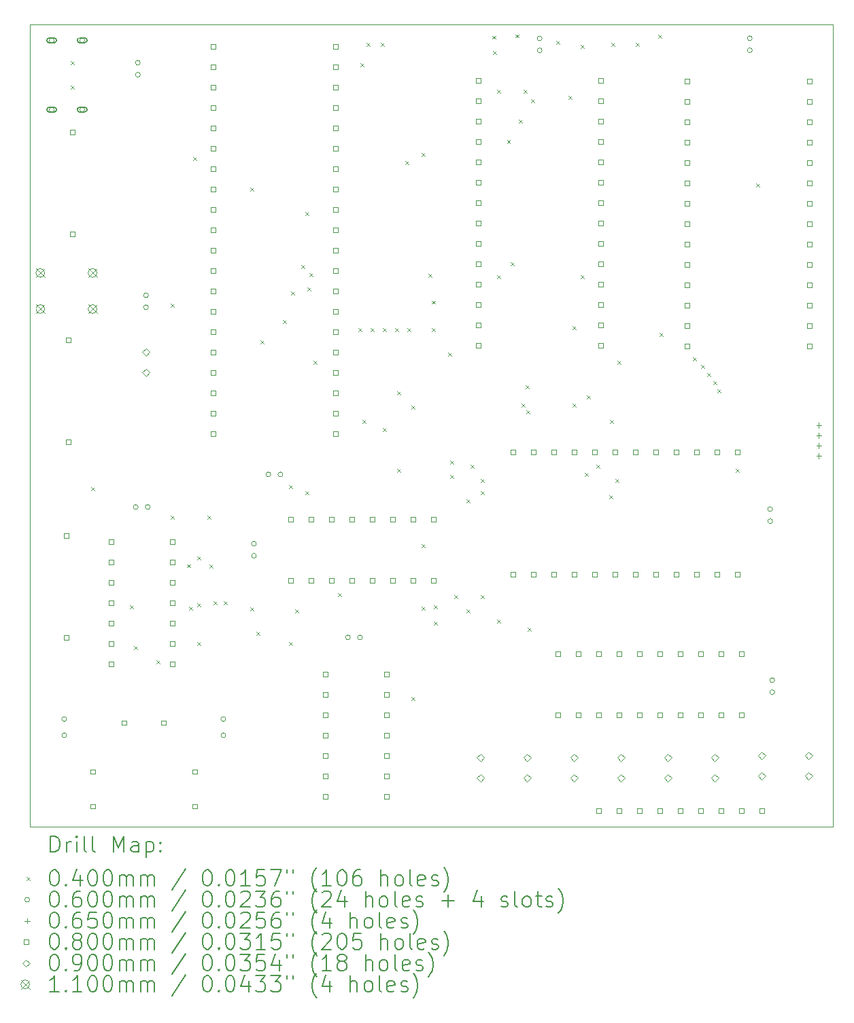
<source format=gbr>
%TF.GenerationSoftware,KiCad,Pcbnew,7.0.8*%
%TF.CreationDate,2023-10-09T18:20:43+02:00*%
%TF.ProjectId,Z80_SBC,5a38305f-5342-4432-9e6b-696361645f70,rev?*%
%TF.SameCoordinates,Original*%
%TF.FileFunction,Drillmap*%
%TF.FilePolarity,Positive*%
%FSLAX45Y45*%
G04 Gerber Fmt 4.5, Leading zero omitted, Abs format (unit mm)*
G04 Created by KiCad (PCBNEW 7.0.8) date 2023-10-09 18:20:43*
%MOMM*%
%LPD*%
G01*
G04 APERTURE LIST*
%ADD10C,0.100000*%
%ADD11C,0.200000*%
%ADD12C,0.040000*%
%ADD13C,0.060000*%
%ADD14C,0.065000*%
%ADD15C,0.080000*%
%ADD16C,0.090000*%
%ADD17C,0.110000*%
G04 APERTURE END LIST*
D10*
X9833400Y-3738900D02*
X19833400Y-3738900D01*
X19833400Y-13738900D01*
X9833400Y-13738900D01*
X9833400Y-3738900D01*
D11*
D12*
X10343200Y-4196400D02*
X10383200Y-4236400D01*
X10383200Y-4196400D02*
X10343200Y-4236400D01*
X10343200Y-4501200D02*
X10383200Y-4541200D01*
X10383200Y-4501200D02*
X10343200Y-4541200D01*
X10597200Y-9505000D02*
X10637200Y-9545000D01*
X10637200Y-9505000D02*
X10597200Y-9545000D01*
X11079800Y-10978200D02*
X11119800Y-11018200D01*
X11119800Y-10978200D02*
X11079800Y-11018200D01*
X11130600Y-11486200D02*
X11170600Y-11526200D01*
X11170600Y-11486200D02*
X11130600Y-11526200D01*
X11410000Y-11664000D02*
X11450000Y-11704000D01*
X11450000Y-11664000D02*
X11410000Y-11704000D01*
X11587800Y-7219000D02*
X11627800Y-7259000D01*
X11627800Y-7219000D02*
X11587800Y-7259000D01*
X11587800Y-9860600D02*
X11627800Y-9900600D01*
X11627800Y-9860600D02*
X11587800Y-9900600D01*
X11791000Y-10467700D02*
X11831000Y-10507700D01*
X11831000Y-10467700D02*
X11791000Y-10507700D01*
X11816400Y-10995950D02*
X11856400Y-11035950D01*
X11856400Y-10995950D02*
X11816400Y-11035950D01*
X11866770Y-5389770D02*
X11906770Y-5429770D01*
X11906770Y-5389770D02*
X11866770Y-5429770D01*
X11918000Y-10368600D02*
X11958000Y-10408600D01*
X11958000Y-10368600D02*
X11918000Y-10408600D01*
X11918000Y-10952800D02*
X11958000Y-10992800D01*
X11958000Y-10952800D02*
X11918000Y-10992800D01*
X11918000Y-11435400D02*
X11958000Y-11475400D01*
X11958000Y-11435400D02*
X11918000Y-11475400D01*
X12045000Y-9860600D02*
X12085000Y-9900600D01*
X12085000Y-9860600D02*
X12045000Y-9900600D01*
X12070400Y-10470200D02*
X12110400Y-10510200D01*
X12110400Y-10470200D02*
X12070400Y-10510200D01*
X12121200Y-10927400D02*
X12161200Y-10967400D01*
X12161200Y-10927400D02*
X12121200Y-10967400D01*
X12248200Y-10927400D02*
X12288200Y-10967400D01*
X12288200Y-10927400D02*
X12248200Y-10967400D01*
X12578400Y-5771200D02*
X12618400Y-5811200D01*
X12618400Y-5771200D02*
X12578400Y-5811200D01*
X12578400Y-11003600D02*
X12618400Y-11043600D01*
X12618400Y-11003600D02*
X12578400Y-11043600D01*
X12654600Y-11308400D02*
X12694600Y-11348400D01*
X12694600Y-11308400D02*
X12654600Y-11348400D01*
X12705400Y-7676200D02*
X12745400Y-7716200D01*
X12745400Y-7676200D02*
X12705400Y-7716200D01*
X12984800Y-7422200D02*
X13024800Y-7462200D01*
X13024800Y-7422200D02*
X12984800Y-7462200D01*
X13061000Y-9479600D02*
X13101000Y-9519600D01*
X13101000Y-9479600D02*
X13061000Y-9519600D01*
X13061000Y-11435400D02*
X13101000Y-11475400D01*
X13101000Y-11435400D02*
X13061000Y-11475400D01*
X13086400Y-7066600D02*
X13126400Y-7106600D01*
X13126400Y-7066600D02*
X13086400Y-7106600D01*
X13137200Y-11032750D02*
X13177200Y-11072750D01*
X13177200Y-11032750D02*
X13137200Y-11072750D01*
X13213400Y-6736400D02*
X13253400Y-6776400D01*
X13253400Y-6736400D02*
X13213400Y-6776400D01*
X13264200Y-6076000D02*
X13304200Y-6116000D01*
X13304200Y-6076000D02*
X13264200Y-6116000D01*
X13264200Y-9555800D02*
X13304200Y-9595800D01*
X13304200Y-9555800D02*
X13264200Y-9595800D01*
X13289600Y-7015800D02*
X13329600Y-7055800D01*
X13329600Y-7015800D02*
X13289600Y-7055800D01*
X13315000Y-6838000D02*
X13355000Y-6878000D01*
X13355000Y-6838000D02*
X13315000Y-6878000D01*
X13365800Y-7930200D02*
X13405800Y-7970200D01*
X13405800Y-7930200D02*
X13365800Y-7970200D01*
X13670600Y-10825800D02*
X13710600Y-10865800D01*
X13710600Y-10825800D02*
X13670600Y-10865800D01*
X13924600Y-7523800D02*
X13964600Y-7563800D01*
X13964600Y-7523800D02*
X13924600Y-7563800D01*
X13950000Y-4221800D02*
X13990000Y-4261800D01*
X13990000Y-4221800D02*
X13950000Y-4261800D01*
X13975400Y-8666800D02*
X14015400Y-8706800D01*
X14015400Y-8666800D02*
X13975400Y-8706800D01*
X14026200Y-3967800D02*
X14066200Y-4007800D01*
X14066200Y-3967800D02*
X14026200Y-4007800D01*
X14077000Y-7523800D02*
X14117000Y-7563800D01*
X14117000Y-7523800D02*
X14077000Y-7563800D01*
X14204000Y-3967800D02*
X14244000Y-4007800D01*
X14244000Y-3967800D02*
X14204000Y-4007800D01*
X14229400Y-7523800D02*
X14269400Y-7563800D01*
X14269400Y-7523800D02*
X14229400Y-7563800D01*
X14229400Y-8768400D02*
X14269400Y-8808400D01*
X14269400Y-8768400D02*
X14229400Y-8808400D01*
X14381800Y-7523800D02*
X14421800Y-7563800D01*
X14421800Y-7523800D02*
X14381800Y-7563800D01*
X14407200Y-8311200D02*
X14447200Y-8351200D01*
X14447200Y-8311200D02*
X14407200Y-8351200D01*
X14407200Y-9276400D02*
X14447200Y-9316400D01*
X14447200Y-9276400D02*
X14407200Y-9316400D01*
X14508800Y-5441000D02*
X14548800Y-5481000D01*
X14548800Y-5441000D02*
X14508800Y-5481000D01*
X14534200Y-7523800D02*
X14574200Y-7563800D01*
X14574200Y-7523800D02*
X14534200Y-7563800D01*
X14585000Y-8489000D02*
X14625000Y-8529000D01*
X14625000Y-8489000D02*
X14585000Y-8529000D01*
X14585000Y-12121200D02*
X14625000Y-12161200D01*
X14625000Y-12121200D02*
X14585000Y-12161200D01*
X14712000Y-5339400D02*
X14752000Y-5379400D01*
X14752000Y-5339400D02*
X14712000Y-5379400D01*
X14712000Y-10216200D02*
X14752000Y-10256200D01*
X14752000Y-10216200D02*
X14712000Y-10256200D01*
X14712000Y-10995950D02*
X14752000Y-11035950D01*
X14752000Y-10995950D02*
X14712000Y-11035950D01*
X14796500Y-6846300D02*
X14836500Y-6886300D01*
X14836500Y-6846300D02*
X14796500Y-6886300D01*
X14839000Y-7182700D02*
X14879000Y-7222700D01*
X14879000Y-7182700D02*
X14839000Y-7222700D01*
X14839000Y-7523800D02*
X14879000Y-7563800D01*
X14879000Y-7523800D02*
X14839000Y-7563800D01*
X14864400Y-10978200D02*
X14904400Y-11018200D01*
X14904400Y-10978200D02*
X14864400Y-11018200D01*
X14864400Y-11181400D02*
X14904400Y-11221400D01*
X14904400Y-11181400D02*
X14864400Y-11221400D01*
X15042200Y-7828600D02*
X15082200Y-7868600D01*
X15082200Y-7828600D02*
X15042200Y-7868600D01*
X15067600Y-9174800D02*
X15107600Y-9214800D01*
X15107600Y-9174800D02*
X15067600Y-9214800D01*
X15067600Y-9352600D02*
X15107600Y-9392600D01*
X15107600Y-9352600D02*
X15067600Y-9392600D01*
X15118400Y-10851200D02*
X15158400Y-10891200D01*
X15158400Y-10851200D02*
X15118400Y-10891200D01*
X15267001Y-11029439D02*
X15307001Y-11069439D01*
X15307001Y-11029439D02*
X15267001Y-11069439D01*
X15270800Y-9657400D02*
X15310800Y-9697400D01*
X15310800Y-9657400D02*
X15270800Y-9697400D01*
X15321170Y-9226030D02*
X15361170Y-9266030D01*
X15361170Y-9226030D02*
X15321170Y-9266030D01*
X15446920Y-10849520D02*
X15486920Y-10889520D01*
X15486920Y-10849520D02*
X15446920Y-10889520D01*
X15448600Y-9403400D02*
X15488600Y-9443400D01*
X15488600Y-9403400D02*
X15448600Y-9443400D01*
X15448600Y-9555800D02*
X15488600Y-9595800D01*
X15488600Y-9555800D02*
X15448600Y-9595800D01*
X15590100Y-3880700D02*
X15630100Y-3920700D01*
X15630100Y-3880700D02*
X15590100Y-3920700D01*
X15601000Y-4069400D02*
X15641000Y-4109400D01*
X15641000Y-4069400D02*
X15601000Y-4109400D01*
X15651800Y-4552000D02*
X15691800Y-4592000D01*
X15691800Y-4552000D02*
X15651800Y-4592000D01*
X15651800Y-6863400D02*
X15691800Y-6903400D01*
X15691800Y-6863400D02*
X15651800Y-6903400D01*
X15651800Y-11156000D02*
X15691800Y-11196000D01*
X15691800Y-11156000D02*
X15651800Y-11196000D01*
X15771800Y-5180800D02*
X15811800Y-5220800D01*
X15811800Y-5180800D02*
X15771800Y-5220800D01*
X15818700Y-6704800D02*
X15858700Y-6744800D01*
X15858700Y-6704800D02*
X15818700Y-6744800D01*
X15880400Y-3862450D02*
X15920400Y-3902450D01*
X15920400Y-3862450D02*
X15880400Y-3902450D01*
X15923770Y-4926370D02*
X15963770Y-4966370D01*
X15963770Y-4926370D02*
X15923770Y-4966370D01*
X15956600Y-8463600D02*
X15996600Y-8503600D01*
X15996600Y-8463600D02*
X15956600Y-8503600D01*
X15982000Y-4552000D02*
X16022000Y-4592000D01*
X16022000Y-4552000D02*
X15982000Y-4592000D01*
X16007400Y-8235000D02*
X16047400Y-8275000D01*
X16047400Y-8235000D02*
X16007400Y-8275000D01*
X16012042Y-8546764D02*
X16052042Y-8586764D01*
X16052042Y-8546764D02*
X16012042Y-8586764D01*
X16032800Y-11257600D02*
X16072800Y-11297600D01*
X16072800Y-11257600D02*
X16032800Y-11297600D01*
X16076170Y-4672370D02*
X16116170Y-4712370D01*
X16116170Y-4672370D02*
X16076170Y-4712370D01*
X16388400Y-3942400D02*
X16428400Y-3982400D01*
X16428400Y-3942400D02*
X16388400Y-3982400D01*
X16540370Y-4627770D02*
X16580370Y-4667770D01*
X16580370Y-4627770D02*
X16540370Y-4667770D01*
X16591600Y-7498400D02*
X16631600Y-7538400D01*
X16631600Y-7498400D02*
X16591600Y-7538400D01*
X16591600Y-8463600D02*
X16631600Y-8503600D01*
X16631600Y-8463600D02*
X16591600Y-8503600D01*
X16693200Y-3993200D02*
X16733200Y-4033200D01*
X16733200Y-3993200D02*
X16693200Y-4033200D01*
X16693200Y-6863400D02*
X16733200Y-6903400D01*
X16733200Y-6863400D02*
X16693200Y-6903400D01*
X16744000Y-9327200D02*
X16784000Y-9367200D01*
X16784000Y-9327200D02*
X16744000Y-9367200D01*
X16769400Y-8362000D02*
X16809400Y-8402000D01*
X16809400Y-8362000D02*
X16769400Y-8402000D01*
X16883650Y-9225600D02*
X16923650Y-9265600D01*
X16923650Y-9225600D02*
X16883650Y-9265600D01*
X17047620Y-9607780D02*
X17087620Y-9647780D01*
X17087620Y-9607780D02*
X17047620Y-9647780D01*
X17052500Y-8670500D02*
X17092500Y-8710500D01*
X17092500Y-8670500D02*
X17052500Y-8710500D01*
X17074200Y-3967800D02*
X17114200Y-4007800D01*
X17114200Y-3967800D02*
X17074200Y-4007800D01*
X17125000Y-9403400D02*
X17165000Y-9443400D01*
X17165000Y-9403400D02*
X17125000Y-9443400D01*
X17150400Y-7930200D02*
X17190400Y-7970200D01*
X17190400Y-7930200D02*
X17150400Y-7970200D01*
X17379000Y-3967800D02*
X17419000Y-4007800D01*
X17419000Y-3967800D02*
X17379000Y-4007800D01*
X17658400Y-3866200D02*
X17698400Y-3906200D01*
X17698400Y-3866200D02*
X17658400Y-3906200D01*
X17671100Y-7587300D02*
X17711100Y-7627300D01*
X17711100Y-7587300D02*
X17671100Y-7627300D01*
X18090200Y-7891600D02*
X18130200Y-7931600D01*
X18130200Y-7891600D02*
X18090200Y-7931600D01*
X18191800Y-7981000D02*
X18231800Y-8021000D01*
X18231800Y-7981000D02*
X18191800Y-8021000D01*
X18268000Y-8082600D02*
X18308000Y-8122600D01*
X18308000Y-8082600D02*
X18268000Y-8122600D01*
X18344200Y-8184200D02*
X18384200Y-8224200D01*
X18384200Y-8184200D02*
X18344200Y-8224200D01*
X18395000Y-8285800D02*
X18435000Y-8325800D01*
X18435000Y-8285800D02*
X18395000Y-8325800D01*
X18623600Y-9276400D02*
X18663600Y-9316400D01*
X18663600Y-9276400D02*
X18623600Y-9316400D01*
X18877600Y-5720400D02*
X18917600Y-5760400D01*
X18917600Y-5720400D02*
X18877600Y-5760400D01*
D13*
X10133400Y-3936300D02*
G75*
G03*
X10133400Y-3936300I-30000J0D01*
G01*
D11*
X10133400Y-3906300D02*
X10073400Y-3906300D01*
X10073400Y-3906300D02*
G75*
G03*
X10073400Y-3966300I0J-30000D01*
G01*
X10073400Y-3966300D02*
X10133400Y-3966300D01*
X10133400Y-3966300D02*
G75*
G03*
X10133400Y-3906300I0J30000D01*
G01*
D13*
X10133400Y-4800300D02*
G75*
G03*
X10133400Y-4800300I-30000J0D01*
G01*
D11*
X10133400Y-4770300D02*
X10073400Y-4770300D01*
X10073400Y-4770300D02*
G75*
G03*
X10073400Y-4830300I0J-30000D01*
G01*
X10073400Y-4830300D02*
X10133400Y-4830300D01*
X10133400Y-4830300D02*
G75*
G03*
X10133400Y-4770300I0J30000D01*
G01*
D13*
X10289600Y-12397540D02*
G75*
G03*
X10289600Y-12397540I-30000J0D01*
G01*
X10289600Y-12597540D02*
G75*
G03*
X10289600Y-12597540I-30000J0D01*
G01*
X10513400Y-3936300D02*
G75*
G03*
X10513400Y-3936300I-30000J0D01*
G01*
D11*
X10513400Y-3906300D02*
X10453400Y-3906300D01*
X10453400Y-3906300D02*
G75*
G03*
X10453400Y-3966300I0J-30000D01*
G01*
X10453400Y-3966300D02*
X10513400Y-3966300D01*
X10513400Y-3966300D02*
G75*
G03*
X10513400Y-3906300I0J30000D01*
G01*
D13*
X10513400Y-4800300D02*
G75*
G03*
X10513400Y-4800300I-30000J0D01*
G01*
D11*
X10513400Y-4770300D02*
X10453400Y-4770300D01*
X10453400Y-4770300D02*
G75*
G03*
X10453400Y-4830300I0J-30000D01*
G01*
X10453400Y-4830300D02*
X10513400Y-4830300D01*
X10513400Y-4830300D02*
G75*
G03*
X10513400Y-4770300I0J30000D01*
G01*
D13*
X11179800Y-9753600D02*
G75*
G03*
X11179800Y-9753600I-30000J0D01*
G01*
X11206000Y-4216400D02*
G75*
G03*
X11206000Y-4216400I-30000J0D01*
G01*
X11206000Y-4366400D02*
G75*
G03*
X11206000Y-4366400I-30000J0D01*
G01*
X11307600Y-7114400D02*
G75*
G03*
X11307600Y-7114400I-30000J0D01*
G01*
X11307600Y-7264400D02*
G75*
G03*
X11307600Y-7264400I-30000J0D01*
G01*
X11329800Y-9753600D02*
G75*
G03*
X11329800Y-9753600I-30000J0D01*
G01*
X12270800Y-12397540D02*
G75*
G03*
X12270800Y-12397540I-30000J0D01*
G01*
X12270800Y-12597540D02*
G75*
G03*
X12270800Y-12597540I-30000J0D01*
G01*
X12651800Y-10211500D02*
G75*
G03*
X12651800Y-10211500I-30000J0D01*
G01*
X12651800Y-10361500D02*
G75*
G03*
X12651800Y-10361500I-30000J0D01*
G01*
X12831600Y-9347200D02*
G75*
G03*
X12831600Y-9347200I-30000J0D01*
G01*
X12981600Y-9347200D02*
G75*
G03*
X12981600Y-9347200I-30000J0D01*
G01*
X13822400Y-11378700D02*
G75*
G03*
X13822400Y-11378700I-30000J0D01*
G01*
X13972400Y-11378700D02*
G75*
G03*
X13972400Y-11378700I-30000J0D01*
G01*
X16209800Y-3912800D02*
G75*
G03*
X16209800Y-3912800I-30000J0D01*
G01*
X16209800Y-4062800D02*
G75*
G03*
X16209800Y-4062800I-30000J0D01*
G01*
X18826000Y-3911600D02*
G75*
G03*
X18826000Y-3911600I-30000J0D01*
G01*
X18826000Y-4061600D02*
G75*
G03*
X18826000Y-4061600I-30000J0D01*
G01*
X19080000Y-9780200D02*
G75*
G03*
X19080000Y-9780200I-30000J0D01*
G01*
X19080000Y-9930200D02*
G75*
G03*
X19080000Y-9930200I-30000J0D01*
G01*
X19105400Y-11912600D02*
G75*
G03*
X19105400Y-11912600I-30000J0D01*
G01*
X19105400Y-12062600D02*
G75*
G03*
X19105400Y-12062600I-30000J0D01*
G01*
D14*
X19657600Y-8704600D02*
X19657600Y-8769600D01*
X19625100Y-8737100D02*
X19690100Y-8737100D01*
X19657600Y-8831600D02*
X19657600Y-8896600D01*
X19625100Y-8864100D02*
X19690100Y-8864100D01*
X19657600Y-8958600D02*
X19657600Y-9023600D01*
X19625100Y-8991100D02*
X19690100Y-8991100D01*
X19657600Y-9085600D02*
X19657600Y-9150600D01*
X19625100Y-9118100D02*
X19690100Y-9118100D01*
D15*
X10313285Y-10136985D02*
X10313285Y-10080416D01*
X10256716Y-10080416D01*
X10256716Y-10136985D01*
X10313285Y-10136985D01*
X10313285Y-11406984D02*
X10313285Y-11350415D01*
X10256716Y-11350415D01*
X10256716Y-11406984D01*
X10313285Y-11406984D01*
X10340685Y-7699084D02*
X10340685Y-7642515D01*
X10284116Y-7642515D01*
X10284116Y-7699084D01*
X10340685Y-7699084D01*
X10340685Y-8969085D02*
X10340685Y-8912516D01*
X10284116Y-8912516D01*
X10284116Y-8969085D01*
X10340685Y-8969085D01*
X10391485Y-5108285D02*
X10391485Y-5051716D01*
X10334916Y-5051716D01*
X10334916Y-5108285D01*
X10391485Y-5108285D01*
X10391485Y-6378284D02*
X10391485Y-6321715D01*
X10334916Y-6321715D01*
X10334916Y-6378284D01*
X10391485Y-6378284D01*
X10643485Y-13081884D02*
X10643485Y-13025315D01*
X10586916Y-13025315D01*
X10586916Y-13081884D01*
X10643485Y-13081884D01*
X10643485Y-13513684D02*
X10643485Y-13457115D01*
X10586916Y-13457115D01*
X10586916Y-13513684D01*
X10643485Y-13513684D01*
X10872085Y-10213185D02*
X10872085Y-10156616D01*
X10815516Y-10156616D01*
X10815516Y-10213185D01*
X10872085Y-10213185D01*
X10872085Y-10467185D02*
X10872085Y-10410616D01*
X10815516Y-10410616D01*
X10815516Y-10467185D01*
X10872085Y-10467185D01*
X10872085Y-10721185D02*
X10872085Y-10664616D01*
X10815516Y-10664616D01*
X10815516Y-10721185D01*
X10872085Y-10721185D01*
X10872085Y-10975185D02*
X10872085Y-10918616D01*
X10815516Y-10918616D01*
X10815516Y-10975185D01*
X10872085Y-10975185D01*
X10872085Y-11229184D02*
X10872085Y-11172616D01*
X10815516Y-11172616D01*
X10815516Y-11229184D01*
X10872085Y-11229184D01*
X10872085Y-11483184D02*
X10872085Y-11426615D01*
X10815516Y-11426615D01*
X10815516Y-11483184D01*
X10872085Y-11483184D01*
X10872085Y-11737184D02*
X10872085Y-11680615D01*
X10815516Y-11680615D01*
X10815516Y-11737184D01*
X10872085Y-11737184D01*
X11033485Y-12472284D02*
X11033485Y-12415715D01*
X10976916Y-12415715D01*
X10976916Y-12472284D01*
X11033485Y-12472284D01*
X11523484Y-12472284D02*
X11523484Y-12415715D01*
X11466915Y-12415715D01*
X11466915Y-12472284D01*
X11523484Y-12472284D01*
X11634084Y-10213185D02*
X11634084Y-10156616D01*
X11577515Y-10156616D01*
X11577515Y-10213185D01*
X11634084Y-10213185D01*
X11634084Y-10467185D02*
X11634084Y-10410616D01*
X11577515Y-10410616D01*
X11577515Y-10467185D01*
X11634084Y-10467185D01*
X11634084Y-10721185D02*
X11634084Y-10664616D01*
X11577515Y-10664616D01*
X11577515Y-10721185D01*
X11634084Y-10721185D01*
X11634084Y-10975185D02*
X11634084Y-10918616D01*
X11577515Y-10918616D01*
X11577515Y-10975185D01*
X11634084Y-10975185D01*
X11634084Y-11229184D02*
X11634084Y-11172616D01*
X11577515Y-11172616D01*
X11577515Y-11229184D01*
X11634084Y-11229184D01*
X11634084Y-11483184D02*
X11634084Y-11426615D01*
X11577515Y-11426615D01*
X11577515Y-11483184D01*
X11634084Y-11483184D01*
X11634084Y-11737184D02*
X11634084Y-11680615D01*
X11577515Y-11680615D01*
X11577515Y-11737184D01*
X11634084Y-11737184D01*
X11913484Y-13081884D02*
X11913484Y-13025315D01*
X11856915Y-13025315D01*
X11856915Y-13081884D01*
X11913484Y-13081884D01*
X11913484Y-13513684D02*
X11913484Y-13457115D01*
X11856915Y-13457115D01*
X11856915Y-13513684D01*
X11913484Y-13513684D01*
X12144084Y-4041484D02*
X12144084Y-3984915D01*
X12087515Y-3984915D01*
X12087515Y-4041484D01*
X12144084Y-4041484D01*
X12144084Y-4295485D02*
X12144084Y-4238916D01*
X12087515Y-4238916D01*
X12087515Y-4295485D01*
X12144084Y-4295485D01*
X12144084Y-4549485D02*
X12144084Y-4492916D01*
X12087515Y-4492916D01*
X12087515Y-4549485D01*
X12144084Y-4549485D01*
X12144084Y-4803485D02*
X12144084Y-4746916D01*
X12087515Y-4746916D01*
X12087515Y-4803485D01*
X12144084Y-4803485D01*
X12144084Y-5057485D02*
X12144084Y-5000916D01*
X12087515Y-5000916D01*
X12087515Y-5057485D01*
X12144084Y-5057485D01*
X12144084Y-5311485D02*
X12144084Y-5254916D01*
X12087515Y-5254916D01*
X12087515Y-5311485D01*
X12144084Y-5311485D01*
X12144084Y-5565485D02*
X12144084Y-5508916D01*
X12087515Y-5508916D01*
X12087515Y-5565485D01*
X12144084Y-5565485D01*
X12144084Y-5819484D02*
X12144084Y-5762915D01*
X12087515Y-5762915D01*
X12087515Y-5819484D01*
X12144084Y-5819484D01*
X12144084Y-6073484D02*
X12144084Y-6016915D01*
X12087515Y-6016915D01*
X12087515Y-6073484D01*
X12144084Y-6073484D01*
X12144084Y-6327484D02*
X12144084Y-6270915D01*
X12087515Y-6270915D01*
X12087515Y-6327484D01*
X12144084Y-6327484D01*
X12144084Y-6581484D02*
X12144084Y-6524915D01*
X12087515Y-6524915D01*
X12087515Y-6581484D01*
X12144084Y-6581484D01*
X12144084Y-6835484D02*
X12144084Y-6778915D01*
X12087515Y-6778915D01*
X12087515Y-6835484D01*
X12144084Y-6835484D01*
X12144084Y-7089484D02*
X12144084Y-7032915D01*
X12087515Y-7032915D01*
X12087515Y-7089484D01*
X12144084Y-7089484D01*
X12144084Y-7343484D02*
X12144084Y-7286915D01*
X12087515Y-7286915D01*
X12087515Y-7343484D01*
X12144084Y-7343484D01*
X12144084Y-7597484D02*
X12144084Y-7540915D01*
X12087515Y-7540915D01*
X12087515Y-7597484D01*
X12144084Y-7597484D01*
X12144084Y-7851484D02*
X12144084Y-7794915D01*
X12087515Y-7794915D01*
X12087515Y-7851484D01*
X12144084Y-7851484D01*
X12144084Y-8105484D02*
X12144084Y-8048915D01*
X12087515Y-8048915D01*
X12087515Y-8105484D01*
X12144084Y-8105484D01*
X12144084Y-8359484D02*
X12144084Y-8302915D01*
X12087515Y-8302915D01*
X12087515Y-8359484D01*
X12144084Y-8359484D01*
X12144084Y-8613485D02*
X12144084Y-8556916D01*
X12087515Y-8556916D01*
X12087515Y-8613485D01*
X12144084Y-8613485D01*
X12144084Y-8867485D02*
X12144084Y-8810916D01*
X12087515Y-8810916D01*
X12087515Y-8867485D01*
X12144084Y-8867485D01*
X13107284Y-9933785D02*
X13107284Y-9877216D01*
X13050715Y-9877216D01*
X13050715Y-9933785D01*
X13107284Y-9933785D01*
X13107284Y-10695785D02*
X13107284Y-10639216D01*
X13050715Y-10639216D01*
X13050715Y-10695785D01*
X13107284Y-10695785D01*
X13361284Y-9933785D02*
X13361284Y-9877216D01*
X13304715Y-9877216D01*
X13304715Y-9933785D01*
X13361284Y-9933785D01*
X13361284Y-10695785D02*
X13361284Y-10639216D01*
X13304715Y-10639216D01*
X13304715Y-10695785D01*
X13361284Y-10695785D01*
X13540084Y-11864184D02*
X13540084Y-11807615D01*
X13483515Y-11807615D01*
X13483515Y-11864184D01*
X13540084Y-11864184D01*
X13540084Y-12118184D02*
X13540084Y-12061615D01*
X13483515Y-12061615D01*
X13483515Y-12118184D01*
X13540084Y-12118184D01*
X13540084Y-12372184D02*
X13540084Y-12315615D01*
X13483515Y-12315615D01*
X13483515Y-12372184D01*
X13540084Y-12372184D01*
X13540084Y-12626184D02*
X13540084Y-12569615D01*
X13483515Y-12569615D01*
X13483515Y-12626184D01*
X13540084Y-12626184D01*
X13540084Y-12880184D02*
X13540084Y-12823615D01*
X13483515Y-12823615D01*
X13483515Y-12880184D01*
X13540084Y-12880184D01*
X13540084Y-13134184D02*
X13540084Y-13077615D01*
X13483515Y-13077615D01*
X13483515Y-13134184D01*
X13540084Y-13134184D01*
X13540084Y-13388184D02*
X13540084Y-13331615D01*
X13483515Y-13331615D01*
X13483515Y-13388184D01*
X13540084Y-13388184D01*
X13615284Y-9933785D02*
X13615284Y-9877216D01*
X13558715Y-9877216D01*
X13558715Y-9933785D01*
X13615284Y-9933785D01*
X13615284Y-10695785D02*
X13615284Y-10639216D01*
X13558715Y-10639216D01*
X13558715Y-10695785D01*
X13615284Y-10695785D01*
X13668084Y-4041484D02*
X13668084Y-3984915D01*
X13611515Y-3984915D01*
X13611515Y-4041484D01*
X13668084Y-4041484D01*
X13668084Y-4295485D02*
X13668084Y-4238916D01*
X13611515Y-4238916D01*
X13611515Y-4295485D01*
X13668084Y-4295485D01*
X13668084Y-4549485D02*
X13668084Y-4492916D01*
X13611515Y-4492916D01*
X13611515Y-4549485D01*
X13668084Y-4549485D01*
X13668084Y-4803485D02*
X13668084Y-4746916D01*
X13611515Y-4746916D01*
X13611515Y-4803485D01*
X13668084Y-4803485D01*
X13668084Y-5057485D02*
X13668084Y-5000916D01*
X13611515Y-5000916D01*
X13611515Y-5057485D01*
X13668084Y-5057485D01*
X13668084Y-5311485D02*
X13668084Y-5254916D01*
X13611515Y-5254916D01*
X13611515Y-5311485D01*
X13668084Y-5311485D01*
X13668084Y-5565485D02*
X13668084Y-5508916D01*
X13611515Y-5508916D01*
X13611515Y-5565485D01*
X13668084Y-5565485D01*
X13668084Y-5819484D02*
X13668084Y-5762915D01*
X13611515Y-5762915D01*
X13611515Y-5819484D01*
X13668084Y-5819484D01*
X13668084Y-6073484D02*
X13668084Y-6016915D01*
X13611515Y-6016915D01*
X13611515Y-6073484D01*
X13668084Y-6073484D01*
X13668084Y-6327484D02*
X13668084Y-6270915D01*
X13611515Y-6270915D01*
X13611515Y-6327484D01*
X13668084Y-6327484D01*
X13668084Y-6581484D02*
X13668084Y-6524915D01*
X13611515Y-6524915D01*
X13611515Y-6581484D01*
X13668084Y-6581484D01*
X13668084Y-6835484D02*
X13668084Y-6778915D01*
X13611515Y-6778915D01*
X13611515Y-6835484D01*
X13668084Y-6835484D01*
X13668084Y-7089484D02*
X13668084Y-7032915D01*
X13611515Y-7032915D01*
X13611515Y-7089484D01*
X13668084Y-7089484D01*
X13668084Y-7343484D02*
X13668084Y-7286915D01*
X13611515Y-7286915D01*
X13611515Y-7343484D01*
X13668084Y-7343484D01*
X13668084Y-7597484D02*
X13668084Y-7540915D01*
X13611515Y-7540915D01*
X13611515Y-7597484D01*
X13668084Y-7597484D01*
X13668084Y-7851484D02*
X13668084Y-7794915D01*
X13611515Y-7794915D01*
X13611515Y-7851484D01*
X13668084Y-7851484D01*
X13668084Y-8105484D02*
X13668084Y-8048915D01*
X13611515Y-8048915D01*
X13611515Y-8105484D01*
X13668084Y-8105484D01*
X13668084Y-8359484D02*
X13668084Y-8302915D01*
X13611515Y-8302915D01*
X13611515Y-8359484D01*
X13668084Y-8359484D01*
X13668084Y-8613485D02*
X13668084Y-8556916D01*
X13611515Y-8556916D01*
X13611515Y-8613485D01*
X13668084Y-8613485D01*
X13668084Y-8867485D02*
X13668084Y-8810916D01*
X13611515Y-8810916D01*
X13611515Y-8867485D01*
X13668084Y-8867485D01*
X13869284Y-9933785D02*
X13869284Y-9877216D01*
X13812715Y-9877216D01*
X13812715Y-9933785D01*
X13869284Y-9933785D01*
X13869284Y-10695785D02*
X13869284Y-10639216D01*
X13812715Y-10639216D01*
X13812715Y-10695785D01*
X13869284Y-10695785D01*
X14123284Y-9933785D02*
X14123284Y-9877216D01*
X14066715Y-9877216D01*
X14066715Y-9933785D01*
X14123284Y-9933785D01*
X14123284Y-10695785D02*
X14123284Y-10639216D01*
X14066715Y-10639216D01*
X14066715Y-10695785D01*
X14123284Y-10695785D01*
X14302084Y-11864184D02*
X14302084Y-11807615D01*
X14245515Y-11807615D01*
X14245515Y-11864184D01*
X14302084Y-11864184D01*
X14302084Y-12118184D02*
X14302084Y-12061615D01*
X14245515Y-12061615D01*
X14245515Y-12118184D01*
X14302084Y-12118184D01*
X14302084Y-12372184D02*
X14302084Y-12315615D01*
X14245515Y-12315615D01*
X14245515Y-12372184D01*
X14302084Y-12372184D01*
X14302084Y-12626184D02*
X14302084Y-12569615D01*
X14245515Y-12569615D01*
X14245515Y-12626184D01*
X14302084Y-12626184D01*
X14302084Y-12880184D02*
X14302084Y-12823615D01*
X14245515Y-12823615D01*
X14245515Y-12880184D01*
X14302084Y-12880184D01*
X14302084Y-13134184D02*
X14302084Y-13077615D01*
X14245515Y-13077615D01*
X14245515Y-13134184D01*
X14302084Y-13134184D01*
X14302084Y-13388184D02*
X14302084Y-13331615D01*
X14245515Y-13331615D01*
X14245515Y-13388184D01*
X14302084Y-13388184D01*
X14377284Y-9933785D02*
X14377284Y-9877216D01*
X14320715Y-9877216D01*
X14320715Y-9933785D01*
X14377284Y-9933785D01*
X14377284Y-10695785D02*
X14377284Y-10639216D01*
X14320715Y-10639216D01*
X14320715Y-10695785D01*
X14377284Y-10695785D01*
X14631284Y-9933785D02*
X14631284Y-9877216D01*
X14574715Y-9877216D01*
X14574715Y-9933785D01*
X14631284Y-9933785D01*
X14631284Y-10695785D02*
X14631284Y-10639216D01*
X14574715Y-10639216D01*
X14574715Y-10695785D01*
X14631284Y-10695785D01*
X14885284Y-9933785D02*
X14885284Y-9877216D01*
X14828715Y-9877216D01*
X14828715Y-9933785D01*
X14885284Y-9933785D01*
X14885284Y-10695785D02*
X14885284Y-10639216D01*
X14828715Y-10639216D01*
X14828715Y-10695785D01*
X14885284Y-10695785D01*
X15442484Y-4467085D02*
X15442484Y-4410516D01*
X15385915Y-4410516D01*
X15385915Y-4467085D01*
X15442484Y-4467085D01*
X15442484Y-4721085D02*
X15442484Y-4664516D01*
X15385915Y-4664516D01*
X15385915Y-4721085D01*
X15442484Y-4721085D01*
X15442484Y-4975085D02*
X15442484Y-4918516D01*
X15385915Y-4918516D01*
X15385915Y-4975085D01*
X15442484Y-4975085D01*
X15442484Y-5229085D02*
X15442484Y-5172516D01*
X15385915Y-5172516D01*
X15385915Y-5229085D01*
X15442484Y-5229085D01*
X15442484Y-5483085D02*
X15442484Y-5426516D01*
X15385915Y-5426516D01*
X15385915Y-5483085D01*
X15442484Y-5483085D01*
X15442484Y-5737084D02*
X15442484Y-5680515D01*
X15385915Y-5680515D01*
X15385915Y-5737084D01*
X15442484Y-5737084D01*
X15442484Y-5991084D02*
X15442484Y-5934515D01*
X15385915Y-5934515D01*
X15385915Y-5991084D01*
X15442484Y-5991084D01*
X15442484Y-6245084D02*
X15442484Y-6188515D01*
X15385915Y-6188515D01*
X15385915Y-6245084D01*
X15442484Y-6245084D01*
X15442484Y-6499084D02*
X15442484Y-6442515D01*
X15385915Y-6442515D01*
X15385915Y-6499084D01*
X15442484Y-6499084D01*
X15442484Y-6753084D02*
X15442484Y-6696515D01*
X15385915Y-6696515D01*
X15385915Y-6753084D01*
X15442484Y-6753084D01*
X15442484Y-7007084D02*
X15442484Y-6950515D01*
X15385915Y-6950515D01*
X15385915Y-7007084D01*
X15442484Y-7007084D01*
X15442484Y-7261084D02*
X15442484Y-7204515D01*
X15385915Y-7204515D01*
X15385915Y-7261084D01*
X15442484Y-7261084D01*
X15442484Y-7515084D02*
X15442484Y-7458515D01*
X15385915Y-7458515D01*
X15385915Y-7515084D01*
X15442484Y-7515084D01*
X15442484Y-7769084D02*
X15442484Y-7712515D01*
X15385915Y-7712515D01*
X15385915Y-7769084D01*
X15442484Y-7769084D01*
X15875884Y-9095585D02*
X15875884Y-9039016D01*
X15819315Y-9039016D01*
X15819315Y-9095585D01*
X15875884Y-9095585D01*
X15875884Y-10619585D02*
X15875884Y-10563016D01*
X15819315Y-10563016D01*
X15819315Y-10619585D01*
X15875884Y-10619585D01*
X16129884Y-9095585D02*
X16129884Y-9039016D01*
X16073315Y-9039016D01*
X16073315Y-9095585D01*
X16129884Y-9095585D01*
X16129884Y-10619585D02*
X16129884Y-10563016D01*
X16073315Y-10563016D01*
X16073315Y-10619585D01*
X16129884Y-10619585D01*
X16383884Y-9095585D02*
X16383884Y-9039016D01*
X16327315Y-9039016D01*
X16327315Y-9095585D01*
X16383884Y-9095585D01*
X16383884Y-10619585D02*
X16383884Y-10563016D01*
X16327315Y-10563016D01*
X16327315Y-10619585D01*
X16383884Y-10619585D01*
X16434684Y-11610184D02*
X16434684Y-11553615D01*
X16378115Y-11553615D01*
X16378115Y-11610184D01*
X16434684Y-11610184D01*
X16434684Y-12372184D02*
X16434684Y-12315615D01*
X16378115Y-12315615D01*
X16378115Y-12372184D01*
X16434684Y-12372184D01*
X16637884Y-9095585D02*
X16637884Y-9039016D01*
X16581315Y-9039016D01*
X16581315Y-9095585D01*
X16637884Y-9095585D01*
X16637884Y-10619585D02*
X16637884Y-10563016D01*
X16581315Y-10563016D01*
X16581315Y-10619585D01*
X16637884Y-10619585D01*
X16688684Y-11610184D02*
X16688684Y-11553615D01*
X16632115Y-11553615D01*
X16632115Y-11610184D01*
X16688684Y-11610184D01*
X16688684Y-12372184D02*
X16688684Y-12315615D01*
X16632115Y-12315615D01*
X16632115Y-12372184D01*
X16688684Y-12372184D01*
X16891885Y-9095585D02*
X16891885Y-9039016D01*
X16835316Y-9039016D01*
X16835316Y-9095585D01*
X16891885Y-9095585D01*
X16891885Y-10619585D02*
X16891885Y-10563016D01*
X16835316Y-10563016D01*
X16835316Y-10619585D01*
X16891885Y-10619585D01*
X16942685Y-11610184D02*
X16942685Y-11553615D01*
X16886116Y-11553615D01*
X16886116Y-11610184D01*
X16942685Y-11610184D01*
X16942685Y-12372184D02*
X16942685Y-12315615D01*
X16886116Y-12315615D01*
X16886116Y-12372184D01*
X16942685Y-12372184D01*
X16942685Y-13565984D02*
X16942685Y-13509415D01*
X16886116Y-13509415D01*
X16886116Y-13565984D01*
X16942685Y-13565984D01*
X16966485Y-4467085D02*
X16966485Y-4410516D01*
X16909916Y-4410516D01*
X16909916Y-4467085D01*
X16966485Y-4467085D01*
X16966485Y-4721085D02*
X16966485Y-4664516D01*
X16909916Y-4664516D01*
X16909916Y-4721085D01*
X16966485Y-4721085D01*
X16966485Y-4975085D02*
X16966485Y-4918516D01*
X16909916Y-4918516D01*
X16909916Y-4975085D01*
X16966485Y-4975085D01*
X16966485Y-5229085D02*
X16966485Y-5172516D01*
X16909916Y-5172516D01*
X16909916Y-5229085D01*
X16966485Y-5229085D01*
X16966485Y-5483085D02*
X16966485Y-5426516D01*
X16909916Y-5426516D01*
X16909916Y-5483085D01*
X16966485Y-5483085D01*
X16966485Y-5737084D02*
X16966485Y-5680515D01*
X16909916Y-5680515D01*
X16909916Y-5737084D01*
X16966485Y-5737084D01*
X16966485Y-5991084D02*
X16966485Y-5934515D01*
X16909916Y-5934515D01*
X16909916Y-5991084D01*
X16966485Y-5991084D01*
X16966485Y-6245084D02*
X16966485Y-6188515D01*
X16909916Y-6188515D01*
X16909916Y-6245084D01*
X16966485Y-6245084D01*
X16966485Y-6499084D02*
X16966485Y-6442515D01*
X16909916Y-6442515D01*
X16909916Y-6499084D01*
X16966485Y-6499084D01*
X16966485Y-6753084D02*
X16966485Y-6696515D01*
X16909916Y-6696515D01*
X16909916Y-6753084D01*
X16966485Y-6753084D01*
X16966485Y-7007084D02*
X16966485Y-6950515D01*
X16909916Y-6950515D01*
X16909916Y-7007084D01*
X16966485Y-7007084D01*
X16966485Y-7261084D02*
X16966485Y-7204515D01*
X16909916Y-7204515D01*
X16909916Y-7261084D01*
X16966485Y-7261084D01*
X16966485Y-7515084D02*
X16966485Y-7458515D01*
X16909916Y-7458515D01*
X16909916Y-7515084D01*
X16966485Y-7515084D01*
X16966485Y-7769084D02*
X16966485Y-7712515D01*
X16909916Y-7712515D01*
X16909916Y-7769084D01*
X16966485Y-7769084D01*
X17145885Y-9095585D02*
X17145885Y-9039016D01*
X17089316Y-9039016D01*
X17089316Y-9095585D01*
X17145885Y-9095585D01*
X17145885Y-10619585D02*
X17145885Y-10563016D01*
X17089316Y-10563016D01*
X17089316Y-10619585D01*
X17145885Y-10619585D01*
X17196685Y-11610184D02*
X17196685Y-11553615D01*
X17140116Y-11553615D01*
X17140116Y-11610184D01*
X17196685Y-11610184D01*
X17196685Y-12372184D02*
X17196685Y-12315615D01*
X17140116Y-12315615D01*
X17140116Y-12372184D01*
X17196685Y-12372184D01*
X17196685Y-13565984D02*
X17196685Y-13509415D01*
X17140116Y-13509415D01*
X17140116Y-13565984D01*
X17196685Y-13565984D01*
X17399885Y-9095585D02*
X17399885Y-9039016D01*
X17343316Y-9039016D01*
X17343316Y-9095585D01*
X17399885Y-9095585D01*
X17399885Y-10619585D02*
X17399885Y-10563016D01*
X17343316Y-10563016D01*
X17343316Y-10619585D01*
X17399885Y-10619585D01*
X17450685Y-11610184D02*
X17450685Y-11553615D01*
X17394116Y-11553615D01*
X17394116Y-11610184D01*
X17450685Y-11610184D01*
X17450685Y-12372184D02*
X17450685Y-12315615D01*
X17394116Y-12315615D01*
X17394116Y-12372184D01*
X17450685Y-12372184D01*
X17450685Y-13565984D02*
X17450685Y-13509415D01*
X17394116Y-13509415D01*
X17394116Y-13565984D01*
X17450685Y-13565984D01*
X17653885Y-9095585D02*
X17653885Y-9039016D01*
X17597316Y-9039016D01*
X17597316Y-9095585D01*
X17653885Y-9095585D01*
X17653885Y-10619585D02*
X17653885Y-10563016D01*
X17597316Y-10563016D01*
X17597316Y-10619585D01*
X17653885Y-10619585D01*
X17704685Y-11610184D02*
X17704685Y-11553615D01*
X17648116Y-11553615D01*
X17648116Y-11610184D01*
X17704685Y-11610184D01*
X17704685Y-12372184D02*
X17704685Y-12315615D01*
X17648116Y-12315615D01*
X17648116Y-12372184D01*
X17704685Y-12372184D01*
X17704685Y-13565984D02*
X17704685Y-13509415D01*
X17648116Y-13509415D01*
X17648116Y-13565984D01*
X17704685Y-13565984D01*
X17907885Y-9095585D02*
X17907885Y-9039016D01*
X17851316Y-9039016D01*
X17851316Y-9095585D01*
X17907885Y-9095585D01*
X17907885Y-10619585D02*
X17907885Y-10563016D01*
X17851316Y-10563016D01*
X17851316Y-10619585D01*
X17907885Y-10619585D01*
X17958685Y-11610184D02*
X17958685Y-11553615D01*
X17902116Y-11553615D01*
X17902116Y-11610184D01*
X17958685Y-11610184D01*
X17958685Y-12372184D02*
X17958685Y-12315615D01*
X17902116Y-12315615D01*
X17902116Y-12372184D01*
X17958685Y-12372184D01*
X17958685Y-13565984D02*
X17958685Y-13509415D01*
X17902116Y-13509415D01*
X17902116Y-13565984D01*
X17958685Y-13565984D01*
X18042485Y-4475085D02*
X18042485Y-4418516D01*
X17985916Y-4418516D01*
X17985916Y-4475085D01*
X18042485Y-4475085D01*
X18042485Y-4729085D02*
X18042485Y-4672516D01*
X17985916Y-4672516D01*
X17985916Y-4729085D01*
X18042485Y-4729085D01*
X18042485Y-4983085D02*
X18042485Y-4926516D01*
X17985916Y-4926516D01*
X17985916Y-4983085D01*
X18042485Y-4983085D01*
X18042485Y-5237085D02*
X18042485Y-5180516D01*
X17985916Y-5180516D01*
X17985916Y-5237085D01*
X18042485Y-5237085D01*
X18042485Y-5491085D02*
X18042485Y-5434516D01*
X17985916Y-5434516D01*
X17985916Y-5491085D01*
X18042485Y-5491085D01*
X18042485Y-5745084D02*
X18042485Y-5688515D01*
X17985916Y-5688515D01*
X17985916Y-5745084D01*
X18042485Y-5745084D01*
X18042485Y-5999084D02*
X18042485Y-5942515D01*
X17985916Y-5942515D01*
X17985916Y-5999084D01*
X18042485Y-5999084D01*
X18042485Y-6253084D02*
X18042485Y-6196515D01*
X17985916Y-6196515D01*
X17985916Y-6253084D01*
X18042485Y-6253084D01*
X18042485Y-6507084D02*
X18042485Y-6450515D01*
X17985916Y-6450515D01*
X17985916Y-6507084D01*
X18042485Y-6507084D01*
X18042485Y-6761084D02*
X18042485Y-6704515D01*
X17985916Y-6704515D01*
X17985916Y-6761084D01*
X18042485Y-6761084D01*
X18042485Y-7015084D02*
X18042485Y-6958515D01*
X17985916Y-6958515D01*
X17985916Y-7015084D01*
X18042485Y-7015084D01*
X18042485Y-7269084D02*
X18042485Y-7212515D01*
X17985916Y-7212515D01*
X17985916Y-7269084D01*
X18042485Y-7269084D01*
X18042485Y-7523084D02*
X18042485Y-7466515D01*
X17985916Y-7466515D01*
X17985916Y-7523084D01*
X18042485Y-7523084D01*
X18042485Y-7777084D02*
X18042485Y-7720515D01*
X17985916Y-7720515D01*
X17985916Y-7777084D01*
X18042485Y-7777084D01*
X18161885Y-9095585D02*
X18161885Y-9039016D01*
X18105316Y-9039016D01*
X18105316Y-9095585D01*
X18161885Y-9095585D01*
X18161885Y-10619585D02*
X18161885Y-10563016D01*
X18105316Y-10563016D01*
X18105316Y-10619585D01*
X18161885Y-10619585D01*
X18212685Y-11610184D02*
X18212685Y-11553615D01*
X18156116Y-11553615D01*
X18156116Y-11610184D01*
X18212685Y-11610184D01*
X18212685Y-12372184D02*
X18212685Y-12315615D01*
X18156116Y-12315615D01*
X18156116Y-12372184D01*
X18212685Y-12372184D01*
X18212685Y-13565984D02*
X18212685Y-13509415D01*
X18156116Y-13509415D01*
X18156116Y-13565984D01*
X18212685Y-13565984D01*
X18415885Y-9095585D02*
X18415885Y-9039016D01*
X18359316Y-9039016D01*
X18359316Y-9095585D01*
X18415885Y-9095585D01*
X18415885Y-10619585D02*
X18415885Y-10563016D01*
X18359316Y-10563016D01*
X18359316Y-10619585D01*
X18415885Y-10619585D01*
X18466685Y-11610184D02*
X18466685Y-11553615D01*
X18410116Y-11553615D01*
X18410116Y-11610184D01*
X18466685Y-11610184D01*
X18466685Y-12372184D02*
X18466685Y-12315615D01*
X18410116Y-12315615D01*
X18410116Y-12372184D01*
X18466685Y-12372184D01*
X18466685Y-13565984D02*
X18466685Y-13509415D01*
X18410116Y-13509415D01*
X18410116Y-13565984D01*
X18466685Y-13565984D01*
X18669885Y-9095585D02*
X18669885Y-9039016D01*
X18613316Y-9039016D01*
X18613316Y-9095585D01*
X18669885Y-9095585D01*
X18669885Y-10619585D02*
X18669885Y-10563016D01*
X18613316Y-10563016D01*
X18613316Y-10619585D01*
X18669885Y-10619585D01*
X18720685Y-11610184D02*
X18720685Y-11553615D01*
X18664116Y-11553615D01*
X18664116Y-11610184D01*
X18720685Y-11610184D01*
X18720685Y-12372184D02*
X18720685Y-12315615D01*
X18664116Y-12315615D01*
X18664116Y-12372184D01*
X18720685Y-12372184D01*
X18720685Y-13565984D02*
X18720685Y-13509415D01*
X18664116Y-13509415D01*
X18664116Y-13565984D01*
X18720685Y-13565984D01*
X18974685Y-13565984D02*
X18974685Y-13509415D01*
X18918116Y-13509415D01*
X18918116Y-13565984D01*
X18974685Y-13565984D01*
X19566485Y-4475085D02*
X19566485Y-4418516D01*
X19509916Y-4418516D01*
X19509916Y-4475085D01*
X19566485Y-4475085D01*
X19566485Y-4729085D02*
X19566485Y-4672516D01*
X19509916Y-4672516D01*
X19509916Y-4729085D01*
X19566485Y-4729085D01*
X19566485Y-4983085D02*
X19566485Y-4926516D01*
X19509916Y-4926516D01*
X19509916Y-4983085D01*
X19566485Y-4983085D01*
X19566485Y-5237085D02*
X19566485Y-5180516D01*
X19509916Y-5180516D01*
X19509916Y-5237085D01*
X19566485Y-5237085D01*
X19566485Y-5491085D02*
X19566485Y-5434516D01*
X19509916Y-5434516D01*
X19509916Y-5491085D01*
X19566485Y-5491085D01*
X19566485Y-5745084D02*
X19566485Y-5688515D01*
X19509916Y-5688515D01*
X19509916Y-5745084D01*
X19566485Y-5745084D01*
X19566485Y-5999084D02*
X19566485Y-5942515D01*
X19509916Y-5942515D01*
X19509916Y-5999084D01*
X19566485Y-5999084D01*
X19566485Y-6253084D02*
X19566485Y-6196515D01*
X19509916Y-6196515D01*
X19509916Y-6253084D01*
X19566485Y-6253084D01*
X19566485Y-6507084D02*
X19566485Y-6450515D01*
X19509916Y-6450515D01*
X19509916Y-6507084D01*
X19566485Y-6507084D01*
X19566485Y-6761084D02*
X19566485Y-6704515D01*
X19509916Y-6704515D01*
X19509916Y-6761084D01*
X19566485Y-6761084D01*
X19566485Y-7015084D02*
X19566485Y-6958515D01*
X19509916Y-6958515D01*
X19509916Y-7015084D01*
X19566485Y-7015084D01*
X19566485Y-7269084D02*
X19566485Y-7212515D01*
X19509916Y-7212515D01*
X19509916Y-7269084D01*
X19566485Y-7269084D01*
X19566485Y-7523084D02*
X19566485Y-7466515D01*
X19509916Y-7466515D01*
X19509916Y-7523084D01*
X19566485Y-7523084D01*
X19566485Y-7777084D02*
X19566485Y-7720515D01*
X19509916Y-7720515D01*
X19509916Y-7777084D01*
X19566485Y-7777084D01*
D16*
X11277600Y-7868200D02*
X11322600Y-7823200D01*
X11277600Y-7778200D01*
X11232600Y-7823200D01*
X11277600Y-7868200D01*
X11277600Y-8122200D02*
X11322600Y-8077200D01*
X11277600Y-8032200D01*
X11232600Y-8077200D01*
X11277600Y-8122200D01*
X15443200Y-12923300D02*
X15488200Y-12878300D01*
X15443200Y-12833300D01*
X15398200Y-12878300D01*
X15443200Y-12923300D01*
X15443200Y-13177300D02*
X15488200Y-13132300D01*
X15443200Y-13087300D01*
X15398200Y-13132300D01*
X15443200Y-13177300D01*
X16025400Y-12922300D02*
X16070400Y-12877300D01*
X16025400Y-12832300D01*
X15980400Y-12877300D01*
X16025400Y-12922300D01*
X16025400Y-13176300D02*
X16070400Y-13131300D01*
X16025400Y-13086300D01*
X15980400Y-13131300D01*
X16025400Y-13176300D01*
X16609600Y-12922300D02*
X16654600Y-12877300D01*
X16609600Y-12832300D01*
X16564600Y-12877300D01*
X16609600Y-12922300D01*
X16609600Y-13176300D02*
X16654600Y-13131300D01*
X16609600Y-13086300D01*
X16564600Y-13131300D01*
X16609600Y-13176300D01*
X17193800Y-12922300D02*
X17238800Y-12877300D01*
X17193800Y-12832300D01*
X17148800Y-12877300D01*
X17193800Y-12922300D01*
X17193800Y-13176300D02*
X17238800Y-13131300D01*
X17193800Y-13086300D01*
X17148800Y-13131300D01*
X17193800Y-13176300D01*
X17778000Y-12922300D02*
X17823000Y-12877300D01*
X17778000Y-12832300D01*
X17733000Y-12877300D01*
X17778000Y-12922300D01*
X17778000Y-13176300D02*
X17823000Y-13131300D01*
X17778000Y-13086300D01*
X17733000Y-13131300D01*
X17778000Y-13176300D01*
X18362200Y-12922300D02*
X18407200Y-12877300D01*
X18362200Y-12832300D01*
X18317200Y-12877300D01*
X18362200Y-12922300D01*
X18362200Y-13176300D02*
X18407200Y-13131300D01*
X18362200Y-13086300D01*
X18317200Y-13131300D01*
X18362200Y-13176300D01*
X18946400Y-12896900D02*
X18991400Y-12851900D01*
X18946400Y-12806900D01*
X18901400Y-12851900D01*
X18946400Y-12896900D01*
X18946400Y-13150900D02*
X18991400Y-13105900D01*
X18946400Y-13060900D01*
X18901400Y-13105900D01*
X18946400Y-13150900D01*
X19530600Y-12896900D02*
X19575600Y-12851900D01*
X19530600Y-12806900D01*
X19485600Y-12851900D01*
X19530600Y-12896900D01*
X19530600Y-13150900D02*
X19575600Y-13105900D01*
X19530600Y-13060900D01*
X19485600Y-13105900D01*
X19530600Y-13150900D01*
D17*
X9907000Y-6781200D02*
X10017000Y-6891200D01*
X10017000Y-6781200D02*
X9907000Y-6891200D01*
X10017000Y-6836200D02*
G75*
G03*
X10017000Y-6836200I-55000J0D01*
G01*
X9907000Y-7231200D02*
X10017000Y-7341200D01*
X10017000Y-7231200D02*
X9907000Y-7341200D01*
X10017000Y-7286200D02*
G75*
G03*
X10017000Y-7286200I-55000J0D01*
G01*
X10557000Y-6781200D02*
X10667000Y-6891200D01*
X10667000Y-6781200D02*
X10557000Y-6891200D01*
X10667000Y-6836200D02*
G75*
G03*
X10667000Y-6836200I-55000J0D01*
G01*
X10557000Y-7231200D02*
X10667000Y-7341200D01*
X10667000Y-7231200D02*
X10557000Y-7341200D01*
X10667000Y-7286200D02*
G75*
G03*
X10667000Y-7286200I-55000J0D01*
G01*
D11*
X10089177Y-14055384D02*
X10089177Y-13855384D01*
X10089177Y-13855384D02*
X10136796Y-13855384D01*
X10136796Y-13855384D02*
X10165367Y-13864908D01*
X10165367Y-13864908D02*
X10184415Y-13883955D01*
X10184415Y-13883955D02*
X10193939Y-13903003D01*
X10193939Y-13903003D02*
X10203463Y-13941098D01*
X10203463Y-13941098D02*
X10203463Y-13969669D01*
X10203463Y-13969669D02*
X10193939Y-14007765D01*
X10193939Y-14007765D02*
X10184415Y-14026812D01*
X10184415Y-14026812D02*
X10165367Y-14045860D01*
X10165367Y-14045860D02*
X10136796Y-14055384D01*
X10136796Y-14055384D02*
X10089177Y-14055384D01*
X10289177Y-14055384D02*
X10289177Y-13922050D01*
X10289177Y-13960146D02*
X10298701Y-13941098D01*
X10298701Y-13941098D02*
X10308224Y-13931574D01*
X10308224Y-13931574D02*
X10327272Y-13922050D01*
X10327272Y-13922050D02*
X10346320Y-13922050D01*
X10412986Y-14055384D02*
X10412986Y-13922050D01*
X10412986Y-13855384D02*
X10403463Y-13864908D01*
X10403463Y-13864908D02*
X10412986Y-13874431D01*
X10412986Y-13874431D02*
X10422510Y-13864908D01*
X10422510Y-13864908D02*
X10412986Y-13855384D01*
X10412986Y-13855384D02*
X10412986Y-13874431D01*
X10536796Y-14055384D02*
X10517748Y-14045860D01*
X10517748Y-14045860D02*
X10508224Y-14026812D01*
X10508224Y-14026812D02*
X10508224Y-13855384D01*
X10641558Y-14055384D02*
X10622510Y-14045860D01*
X10622510Y-14045860D02*
X10612986Y-14026812D01*
X10612986Y-14026812D02*
X10612986Y-13855384D01*
X10870129Y-14055384D02*
X10870129Y-13855384D01*
X10870129Y-13855384D02*
X10936796Y-13998241D01*
X10936796Y-13998241D02*
X11003463Y-13855384D01*
X11003463Y-13855384D02*
X11003463Y-14055384D01*
X11184415Y-14055384D02*
X11184415Y-13950622D01*
X11184415Y-13950622D02*
X11174891Y-13931574D01*
X11174891Y-13931574D02*
X11155844Y-13922050D01*
X11155844Y-13922050D02*
X11117748Y-13922050D01*
X11117748Y-13922050D02*
X11098701Y-13931574D01*
X11184415Y-14045860D02*
X11165367Y-14055384D01*
X11165367Y-14055384D02*
X11117748Y-14055384D01*
X11117748Y-14055384D02*
X11098701Y-14045860D01*
X11098701Y-14045860D02*
X11089177Y-14026812D01*
X11089177Y-14026812D02*
X11089177Y-14007765D01*
X11089177Y-14007765D02*
X11098701Y-13988717D01*
X11098701Y-13988717D02*
X11117748Y-13979193D01*
X11117748Y-13979193D02*
X11165367Y-13979193D01*
X11165367Y-13979193D02*
X11184415Y-13969669D01*
X11279653Y-13922050D02*
X11279653Y-14122050D01*
X11279653Y-13931574D02*
X11298701Y-13922050D01*
X11298701Y-13922050D02*
X11336796Y-13922050D01*
X11336796Y-13922050D02*
X11355843Y-13931574D01*
X11355843Y-13931574D02*
X11365367Y-13941098D01*
X11365367Y-13941098D02*
X11374891Y-13960146D01*
X11374891Y-13960146D02*
X11374891Y-14017288D01*
X11374891Y-14017288D02*
X11365367Y-14036336D01*
X11365367Y-14036336D02*
X11355843Y-14045860D01*
X11355843Y-14045860D02*
X11336796Y-14055384D01*
X11336796Y-14055384D02*
X11298701Y-14055384D01*
X11298701Y-14055384D02*
X11279653Y-14045860D01*
X11460605Y-14036336D02*
X11470129Y-14045860D01*
X11470129Y-14045860D02*
X11460605Y-14055384D01*
X11460605Y-14055384D02*
X11451082Y-14045860D01*
X11451082Y-14045860D02*
X11460605Y-14036336D01*
X11460605Y-14036336D02*
X11460605Y-14055384D01*
X11460605Y-13931574D02*
X11470129Y-13941098D01*
X11470129Y-13941098D02*
X11460605Y-13950622D01*
X11460605Y-13950622D02*
X11451082Y-13941098D01*
X11451082Y-13941098D02*
X11460605Y-13931574D01*
X11460605Y-13931574D02*
X11460605Y-13950622D01*
D12*
X9788400Y-14363900D02*
X9828400Y-14403900D01*
X9828400Y-14363900D02*
X9788400Y-14403900D01*
D11*
X10127272Y-14275384D02*
X10146320Y-14275384D01*
X10146320Y-14275384D02*
X10165367Y-14284908D01*
X10165367Y-14284908D02*
X10174891Y-14294431D01*
X10174891Y-14294431D02*
X10184415Y-14313479D01*
X10184415Y-14313479D02*
X10193939Y-14351574D01*
X10193939Y-14351574D02*
X10193939Y-14399193D01*
X10193939Y-14399193D02*
X10184415Y-14437288D01*
X10184415Y-14437288D02*
X10174891Y-14456336D01*
X10174891Y-14456336D02*
X10165367Y-14465860D01*
X10165367Y-14465860D02*
X10146320Y-14475384D01*
X10146320Y-14475384D02*
X10127272Y-14475384D01*
X10127272Y-14475384D02*
X10108224Y-14465860D01*
X10108224Y-14465860D02*
X10098701Y-14456336D01*
X10098701Y-14456336D02*
X10089177Y-14437288D01*
X10089177Y-14437288D02*
X10079653Y-14399193D01*
X10079653Y-14399193D02*
X10079653Y-14351574D01*
X10079653Y-14351574D02*
X10089177Y-14313479D01*
X10089177Y-14313479D02*
X10098701Y-14294431D01*
X10098701Y-14294431D02*
X10108224Y-14284908D01*
X10108224Y-14284908D02*
X10127272Y-14275384D01*
X10279653Y-14456336D02*
X10289177Y-14465860D01*
X10289177Y-14465860D02*
X10279653Y-14475384D01*
X10279653Y-14475384D02*
X10270129Y-14465860D01*
X10270129Y-14465860D02*
X10279653Y-14456336D01*
X10279653Y-14456336D02*
X10279653Y-14475384D01*
X10460605Y-14342050D02*
X10460605Y-14475384D01*
X10412986Y-14265860D02*
X10365367Y-14408717D01*
X10365367Y-14408717D02*
X10489177Y-14408717D01*
X10603463Y-14275384D02*
X10622510Y-14275384D01*
X10622510Y-14275384D02*
X10641558Y-14284908D01*
X10641558Y-14284908D02*
X10651082Y-14294431D01*
X10651082Y-14294431D02*
X10660605Y-14313479D01*
X10660605Y-14313479D02*
X10670129Y-14351574D01*
X10670129Y-14351574D02*
X10670129Y-14399193D01*
X10670129Y-14399193D02*
X10660605Y-14437288D01*
X10660605Y-14437288D02*
X10651082Y-14456336D01*
X10651082Y-14456336D02*
X10641558Y-14465860D01*
X10641558Y-14465860D02*
X10622510Y-14475384D01*
X10622510Y-14475384D02*
X10603463Y-14475384D01*
X10603463Y-14475384D02*
X10584415Y-14465860D01*
X10584415Y-14465860D02*
X10574891Y-14456336D01*
X10574891Y-14456336D02*
X10565367Y-14437288D01*
X10565367Y-14437288D02*
X10555844Y-14399193D01*
X10555844Y-14399193D02*
X10555844Y-14351574D01*
X10555844Y-14351574D02*
X10565367Y-14313479D01*
X10565367Y-14313479D02*
X10574891Y-14294431D01*
X10574891Y-14294431D02*
X10584415Y-14284908D01*
X10584415Y-14284908D02*
X10603463Y-14275384D01*
X10793939Y-14275384D02*
X10812986Y-14275384D01*
X10812986Y-14275384D02*
X10832034Y-14284908D01*
X10832034Y-14284908D02*
X10841558Y-14294431D01*
X10841558Y-14294431D02*
X10851082Y-14313479D01*
X10851082Y-14313479D02*
X10860605Y-14351574D01*
X10860605Y-14351574D02*
X10860605Y-14399193D01*
X10860605Y-14399193D02*
X10851082Y-14437288D01*
X10851082Y-14437288D02*
X10841558Y-14456336D01*
X10841558Y-14456336D02*
X10832034Y-14465860D01*
X10832034Y-14465860D02*
X10812986Y-14475384D01*
X10812986Y-14475384D02*
X10793939Y-14475384D01*
X10793939Y-14475384D02*
X10774891Y-14465860D01*
X10774891Y-14465860D02*
X10765367Y-14456336D01*
X10765367Y-14456336D02*
X10755844Y-14437288D01*
X10755844Y-14437288D02*
X10746320Y-14399193D01*
X10746320Y-14399193D02*
X10746320Y-14351574D01*
X10746320Y-14351574D02*
X10755844Y-14313479D01*
X10755844Y-14313479D02*
X10765367Y-14294431D01*
X10765367Y-14294431D02*
X10774891Y-14284908D01*
X10774891Y-14284908D02*
X10793939Y-14275384D01*
X10946320Y-14475384D02*
X10946320Y-14342050D01*
X10946320Y-14361098D02*
X10955844Y-14351574D01*
X10955844Y-14351574D02*
X10974891Y-14342050D01*
X10974891Y-14342050D02*
X11003463Y-14342050D01*
X11003463Y-14342050D02*
X11022510Y-14351574D01*
X11022510Y-14351574D02*
X11032034Y-14370622D01*
X11032034Y-14370622D02*
X11032034Y-14475384D01*
X11032034Y-14370622D02*
X11041558Y-14351574D01*
X11041558Y-14351574D02*
X11060605Y-14342050D01*
X11060605Y-14342050D02*
X11089177Y-14342050D01*
X11089177Y-14342050D02*
X11108225Y-14351574D01*
X11108225Y-14351574D02*
X11117748Y-14370622D01*
X11117748Y-14370622D02*
X11117748Y-14475384D01*
X11212986Y-14475384D02*
X11212986Y-14342050D01*
X11212986Y-14361098D02*
X11222510Y-14351574D01*
X11222510Y-14351574D02*
X11241558Y-14342050D01*
X11241558Y-14342050D02*
X11270129Y-14342050D01*
X11270129Y-14342050D02*
X11289177Y-14351574D01*
X11289177Y-14351574D02*
X11298701Y-14370622D01*
X11298701Y-14370622D02*
X11298701Y-14475384D01*
X11298701Y-14370622D02*
X11308224Y-14351574D01*
X11308224Y-14351574D02*
X11327272Y-14342050D01*
X11327272Y-14342050D02*
X11355843Y-14342050D01*
X11355843Y-14342050D02*
X11374891Y-14351574D01*
X11374891Y-14351574D02*
X11384415Y-14370622D01*
X11384415Y-14370622D02*
X11384415Y-14475384D01*
X11774891Y-14265860D02*
X11603463Y-14523003D01*
X12032034Y-14275384D02*
X12051082Y-14275384D01*
X12051082Y-14275384D02*
X12070129Y-14284908D01*
X12070129Y-14284908D02*
X12079653Y-14294431D01*
X12079653Y-14294431D02*
X12089177Y-14313479D01*
X12089177Y-14313479D02*
X12098701Y-14351574D01*
X12098701Y-14351574D02*
X12098701Y-14399193D01*
X12098701Y-14399193D02*
X12089177Y-14437288D01*
X12089177Y-14437288D02*
X12079653Y-14456336D01*
X12079653Y-14456336D02*
X12070129Y-14465860D01*
X12070129Y-14465860D02*
X12051082Y-14475384D01*
X12051082Y-14475384D02*
X12032034Y-14475384D01*
X12032034Y-14475384D02*
X12012986Y-14465860D01*
X12012986Y-14465860D02*
X12003463Y-14456336D01*
X12003463Y-14456336D02*
X11993939Y-14437288D01*
X11993939Y-14437288D02*
X11984415Y-14399193D01*
X11984415Y-14399193D02*
X11984415Y-14351574D01*
X11984415Y-14351574D02*
X11993939Y-14313479D01*
X11993939Y-14313479D02*
X12003463Y-14294431D01*
X12003463Y-14294431D02*
X12012986Y-14284908D01*
X12012986Y-14284908D02*
X12032034Y-14275384D01*
X12184415Y-14456336D02*
X12193939Y-14465860D01*
X12193939Y-14465860D02*
X12184415Y-14475384D01*
X12184415Y-14475384D02*
X12174891Y-14465860D01*
X12174891Y-14465860D02*
X12184415Y-14456336D01*
X12184415Y-14456336D02*
X12184415Y-14475384D01*
X12317748Y-14275384D02*
X12336796Y-14275384D01*
X12336796Y-14275384D02*
X12355844Y-14284908D01*
X12355844Y-14284908D02*
X12365367Y-14294431D01*
X12365367Y-14294431D02*
X12374891Y-14313479D01*
X12374891Y-14313479D02*
X12384415Y-14351574D01*
X12384415Y-14351574D02*
X12384415Y-14399193D01*
X12384415Y-14399193D02*
X12374891Y-14437288D01*
X12374891Y-14437288D02*
X12365367Y-14456336D01*
X12365367Y-14456336D02*
X12355844Y-14465860D01*
X12355844Y-14465860D02*
X12336796Y-14475384D01*
X12336796Y-14475384D02*
X12317748Y-14475384D01*
X12317748Y-14475384D02*
X12298701Y-14465860D01*
X12298701Y-14465860D02*
X12289177Y-14456336D01*
X12289177Y-14456336D02*
X12279653Y-14437288D01*
X12279653Y-14437288D02*
X12270129Y-14399193D01*
X12270129Y-14399193D02*
X12270129Y-14351574D01*
X12270129Y-14351574D02*
X12279653Y-14313479D01*
X12279653Y-14313479D02*
X12289177Y-14294431D01*
X12289177Y-14294431D02*
X12298701Y-14284908D01*
X12298701Y-14284908D02*
X12317748Y-14275384D01*
X12574891Y-14475384D02*
X12460606Y-14475384D01*
X12517748Y-14475384D02*
X12517748Y-14275384D01*
X12517748Y-14275384D02*
X12498701Y-14303955D01*
X12498701Y-14303955D02*
X12479653Y-14323003D01*
X12479653Y-14323003D02*
X12460606Y-14332527D01*
X12755844Y-14275384D02*
X12660606Y-14275384D01*
X12660606Y-14275384D02*
X12651082Y-14370622D01*
X12651082Y-14370622D02*
X12660606Y-14361098D01*
X12660606Y-14361098D02*
X12679653Y-14351574D01*
X12679653Y-14351574D02*
X12727272Y-14351574D01*
X12727272Y-14351574D02*
X12746320Y-14361098D01*
X12746320Y-14361098D02*
X12755844Y-14370622D01*
X12755844Y-14370622D02*
X12765367Y-14389669D01*
X12765367Y-14389669D02*
X12765367Y-14437288D01*
X12765367Y-14437288D02*
X12755844Y-14456336D01*
X12755844Y-14456336D02*
X12746320Y-14465860D01*
X12746320Y-14465860D02*
X12727272Y-14475384D01*
X12727272Y-14475384D02*
X12679653Y-14475384D01*
X12679653Y-14475384D02*
X12660606Y-14465860D01*
X12660606Y-14465860D02*
X12651082Y-14456336D01*
X12832034Y-14275384D02*
X12965367Y-14275384D01*
X12965367Y-14275384D02*
X12879653Y-14475384D01*
X13032034Y-14275384D02*
X13032034Y-14313479D01*
X13108225Y-14275384D02*
X13108225Y-14313479D01*
X13403463Y-14551574D02*
X13393939Y-14542050D01*
X13393939Y-14542050D02*
X13374891Y-14513479D01*
X13374891Y-14513479D02*
X13365368Y-14494431D01*
X13365368Y-14494431D02*
X13355844Y-14465860D01*
X13355844Y-14465860D02*
X13346320Y-14418241D01*
X13346320Y-14418241D02*
X13346320Y-14380146D01*
X13346320Y-14380146D02*
X13355844Y-14332527D01*
X13355844Y-14332527D02*
X13365368Y-14303955D01*
X13365368Y-14303955D02*
X13374891Y-14284908D01*
X13374891Y-14284908D02*
X13393939Y-14256336D01*
X13393939Y-14256336D02*
X13403463Y-14246812D01*
X13584415Y-14475384D02*
X13470129Y-14475384D01*
X13527272Y-14475384D02*
X13527272Y-14275384D01*
X13527272Y-14275384D02*
X13508225Y-14303955D01*
X13508225Y-14303955D02*
X13489177Y-14323003D01*
X13489177Y-14323003D02*
X13470129Y-14332527D01*
X13708225Y-14275384D02*
X13727272Y-14275384D01*
X13727272Y-14275384D02*
X13746320Y-14284908D01*
X13746320Y-14284908D02*
X13755844Y-14294431D01*
X13755844Y-14294431D02*
X13765368Y-14313479D01*
X13765368Y-14313479D02*
X13774891Y-14351574D01*
X13774891Y-14351574D02*
X13774891Y-14399193D01*
X13774891Y-14399193D02*
X13765368Y-14437288D01*
X13765368Y-14437288D02*
X13755844Y-14456336D01*
X13755844Y-14456336D02*
X13746320Y-14465860D01*
X13746320Y-14465860D02*
X13727272Y-14475384D01*
X13727272Y-14475384D02*
X13708225Y-14475384D01*
X13708225Y-14475384D02*
X13689177Y-14465860D01*
X13689177Y-14465860D02*
X13679653Y-14456336D01*
X13679653Y-14456336D02*
X13670129Y-14437288D01*
X13670129Y-14437288D02*
X13660606Y-14399193D01*
X13660606Y-14399193D02*
X13660606Y-14351574D01*
X13660606Y-14351574D02*
X13670129Y-14313479D01*
X13670129Y-14313479D02*
X13679653Y-14294431D01*
X13679653Y-14294431D02*
X13689177Y-14284908D01*
X13689177Y-14284908D02*
X13708225Y-14275384D01*
X13946320Y-14275384D02*
X13908225Y-14275384D01*
X13908225Y-14275384D02*
X13889177Y-14284908D01*
X13889177Y-14284908D02*
X13879653Y-14294431D01*
X13879653Y-14294431D02*
X13860606Y-14323003D01*
X13860606Y-14323003D02*
X13851082Y-14361098D01*
X13851082Y-14361098D02*
X13851082Y-14437288D01*
X13851082Y-14437288D02*
X13860606Y-14456336D01*
X13860606Y-14456336D02*
X13870129Y-14465860D01*
X13870129Y-14465860D02*
X13889177Y-14475384D01*
X13889177Y-14475384D02*
X13927272Y-14475384D01*
X13927272Y-14475384D02*
X13946320Y-14465860D01*
X13946320Y-14465860D02*
X13955844Y-14456336D01*
X13955844Y-14456336D02*
X13965368Y-14437288D01*
X13965368Y-14437288D02*
X13965368Y-14389669D01*
X13965368Y-14389669D02*
X13955844Y-14370622D01*
X13955844Y-14370622D02*
X13946320Y-14361098D01*
X13946320Y-14361098D02*
X13927272Y-14351574D01*
X13927272Y-14351574D02*
X13889177Y-14351574D01*
X13889177Y-14351574D02*
X13870129Y-14361098D01*
X13870129Y-14361098D02*
X13860606Y-14370622D01*
X13860606Y-14370622D02*
X13851082Y-14389669D01*
X14203463Y-14475384D02*
X14203463Y-14275384D01*
X14289177Y-14475384D02*
X14289177Y-14370622D01*
X14289177Y-14370622D02*
X14279653Y-14351574D01*
X14279653Y-14351574D02*
X14260606Y-14342050D01*
X14260606Y-14342050D02*
X14232034Y-14342050D01*
X14232034Y-14342050D02*
X14212987Y-14351574D01*
X14212987Y-14351574D02*
X14203463Y-14361098D01*
X14412987Y-14475384D02*
X14393939Y-14465860D01*
X14393939Y-14465860D02*
X14384415Y-14456336D01*
X14384415Y-14456336D02*
X14374891Y-14437288D01*
X14374891Y-14437288D02*
X14374891Y-14380146D01*
X14374891Y-14380146D02*
X14384415Y-14361098D01*
X14384415Y-14361098D02*
X14393939Y-14351574D01*
X14393939Y-14351574D02*
X14412987Y-14342050D01*
X14412987Y-14342050D02*
X14441558Y-14342050D01*
X14441558Y-14342050D02*
X14460606Y-14351574D01*
X14460606Y-14351574D02*
X14470130Y-14361098D01*
X14470130Y-14361098D02*
X14479653Y-14380146D01*
X14479653Y-14380146D02*
X14479653Y-14437288D01*
X14479653Y-14437288D02*
X14470130Y-14456336D01*
X14470130Y-14456336D02*
X14460606Y-14465860D01*
X14460606Y-14465860D02*
X14441558Y-14475384D01*
X14441558Y-14475384D02*
X14412987Y-14475384D01*
X14593939Y-14475384D02*
X14574891Y-14465860D01*
X14574891Y-14465860D02*
X14565368Y-14446812D01*
X14565368Y-14446812D02*
X14565368Y-14275384D01*
X14746320Y-14465860D02*
X14727272Y-14475384D01*
X14727272Y-14475384D02*
X14689177Y-14475384D01*
X14689177Y-14475384D02*
X14670130Y-14465860D01*
X14670130Y-14465860D02*
X14660606Y-14446812D01*
X14660606Y-14446812D02*
X14660606Y-14370622D01*
X14660606Y-14370622D02*
X14670130Y-14351574D01*
X14670130Y-14351574D02*
X14689177Y-14342050D01*
X14689177Y-14342050D02*
X14727272Y-14342050D01*
X14727272Y-14342050D02*
X14746320Y-14351574D01*
X14746320Y-14351574D02*
X14755844Y-14370622D01*
X14755844Y-14370622D02*
X14755844Y-14389669D01*
X14755844Y-14389669D02*
X14660606Y-14408717D01*
X14832034Y-14465860D02*
X14851082Y-14475384D01*
X14851082Y-14475384D02*
X14889177Y-14475384D01*
X14889177Y-14475384D02*
X14908225Y-14465860D01*
X14908225Y-14465860D02*
X14917749Y-14446812D01*
X14917749Y-14446812D02*
X14917749Y-14437288D01*
X14917749Y-14437288D02*
X14908225Y-14418241D01*
X14908225Y-14418241D02*
X14889177Y-14408717D01*
X14889177Y-14408717D02*
X14860606Y-14408717D01*
X14860606Y-14408717D02*
X14841558Y-14399193D01*
X14841558Y-14399193D02*
X14832034Y-14380146D01*
X14832034Y-14380146D02*
X14832034Y-14370622D01*
X14832034Y-14370622D02*
X14841558Y-14351574D01*
X14841558Y-14351574D02*
X14860606Y-14342050D01*
X14860606Y-14342050D02*
X14889177Y-14342050D01*
X14889177Y-14342050D02*
X14908225Y-14351574D01*
X14984415Y-14551574D02*
X14993939Y-14542050D01*
X14993939Y-14542050D02*
X15012987Y-14513479D01*
X15012987Y-14513479D02*
X15022511Y-14494431D01*
X15022511Y-14494431D02*
X15032034Y-14465860D01*
X15032034Y-14465860D02*
X15041558Y-14418241D01*
X15041558Y-14418241D02*
X15041558Y-14380146D01*
X15041558Y-14380146D02*
X15032034Y-14332527D01*
X15032034Y-14332527D02*
X15022511Y-14303955D01*
X15022511Y-14303955D02*
X15012987Y-14284908D01*
X15012987Y-14284908D02*
X14993939Y-14256336D01*
X14993939Y-14256336D02*
X14984415Y-14246812D01*
D13*
X9828400Y-14647900D02*
G75*
G03*
X9828400Y-14647900I-30000J0D01*
G01*
D11*
X10127272Y-14539384D02*
X10146320Y-14539384D01*
X10146320Y-14539384D02*
X10165367Y-14548908D01*
X10165367Y-14548908D02*
X10174891Y-14558431D01*
X10174891Y-14558431D02*
X10184415Y-14577479D01*
X10184415Y-14577479D02*
X10193939Y-14615574D01*
X10193939Y-14615574D02*
X10193939Y-14663193D01*
X10193939Y-14663193D02*
X10184415Y-14701288D01*
X10184415Y-14701288D02*
X10174891Y-14720336D01*
X10174891Y-14720336D02*
X10165367Y-14729860D01*
X10165367Y-14729860D02*
X10146320Y-14739384D01*
X10146320Y-14739384D02*
X10127272Y-14739384D01*
X10127272Y-14739384D02*
X10108224Y-14729860D01*
X10108224Y-14729860D02*
X10098701Y-14720336D01*
X10098701Y-14720336D02*
X10089177Y-14701288D01*
X10089177Y-14701288D02*
X10079653Y-14663193D01*
X10079653Y-14663193D02*
X10079653Y-14615574D01*
X10079653Y-14615574D02*
X10089177Y-14577479D01*
X10089177Y-14577479D02*
X10098701Y-14558431D01*
X10098701Y-14558431D02*
X10108224Y-14548908D01*
X10108224Y-14548908D02*
X10127272Y-14539384D01*
X10279653Y-14720336D02*
X10289177Y-14729860D01*
X10289177Y-14729860D02*
X10279653Y-14739384D01*
X10279653Y-14739384D02*
X10270129Y-14729860D01*
X10270129Y-14729860D02*
X10279653Y-14720336D01*
X10279653Y-14720336D02*
X10279653Y-14739384D01*
X10460605Y-14539384D02*
X10422510Y-14539384D01*
X10422510Y-14539384D02*
X10403463Y-14548908D01*
X10403463Y-14548908D02*
X10393939Y-14558431D01*
X10393939Y-14558431D02*
X10374891Y-14587003D01*
X10374891Y-14587003D02*
X10365367Y-14625098D01*
X10365367Y-14625098D02*
X10365367Y-14701288D01*
X10365367Y-14701288D02*
X10374891Y-14720336D01*
X10374891Y-14720336D02*
X10384415Y-14729860D01*
X10384415Y-14729860D02*
X10403463Y-14739384D01*
X10403463Y-14739384D02*
X10441558Y-14739384D01*
X10441558Y-14739384D02*
X10460605Y-14729860D01*
X10460605Y-14729860D02*
X10470129Y-14720336D01*
X10470129Y-14720336D02*
X10479653Y-14701288D01*
X10479653Y-14701288D02*
X10479653Y-14653669D01*
X10479653Y-14653669D02*
X10470129Y-14634622D01*
X10470129Y-14634622D02*
X10460605Y-14625098D01*
X10460605Y-14625098D02*
X10441558Y-14615574D01*
X10441558Y-14615574D02*
X10403463Y-14615574D01*
X10403463Y-14615574D02*
X10384415Y-14625098D01*
X10384415Y-14625098D02*
X10374891Y-14634622D01*
X10374891Y-14634622D02*
X10365367Y-14653669D01*
X10603463Y-14539384D02*
X10622510Y-14539384D01*
X10622510Y-14539384D02*
X10641558Y-14548908D01*
X10641558Y-14548908D02*
X10651082Y-14558431D01*
X10651082Y-14558431D02*
X10660605Y-14577479D01*
X10660605Y-14577479D02*
X10670129Y-14615574D01*
X10670129Y-14615574D02*
X10670129Y-14663193D01*
X10670129Y-14663193D02*
X10660605Y-14701288D01*
X10660605Y-14701288D02*
X10651082Y-14720336D01*
X10651082Y-14720336D02*
X10641558Y-14729860D01*
X10641558Y-14729860D02*
X10622510Y-14739384D01*
X10622510Y-14739384D02*
X10603463Y-14739384D01*
X10603463Y-14739384D02*
X10584415Y-14729860D01*
X10584415Y-14729860D02*
X10574891Y-14720336D01*
X10574891Y-14720336D02*
X10565367Y-14701288D01*
X10565367Y-14701288D02*
X10555844Y-14663193D01*
X10555844Y-14663193D02*
X10555844Y-14615574D01*
X10555844Y-14615574D02*
X10565367Y-14577479D01*
X10565367Y-14577479D02*
X10574891Y-14558431D01*
X10574891Y-14558431D02*
X10584415Y-14548908D01*
X10584415Y-14548908D02*
X10603463Y-14539384D01*
X10793939Y-14539384D02*
X10812986Y-14539384D01*
X10812986Y-14539384D02*
X10832034Y-14548908D01*
X10832034Y-14548908D02*
X10841558Y-14558431D01*
X10841558Y-14558431D02*
X10851082Y-14577479D01*
X10851082Y-14577479D02*
X10860605Y-14615574D01*
X10860605Y-14615574D02*
X10860605Y-14663193D01*
X10860605Y-14663193D02*
X10851082Y-14701288D01*
X10851082Y-14701288D02*
X10841558Y-14720336D01*
X10841558Y-14720336D02*
X10832034Y-14729860D01*
X10832034Y-14729860D02*
X10812986Y-14739384D01*
X10812986Y-14739384D02*
X10793939Y-14739384D01*
X10793939Y-14739384D02*
X10774891Y-14729860D01*
X10774891Y-14729860D02*
X10765367Y-14720336D01*
X10765367Y-14720336D02*
X10755844Y-14701288D01*
X10755844Y-14701288D02*
X10746320Y-14663193D01*
X10746320Y-14663193D02*
X10746320Y-14615574D01*
X10746320Y-14615574D02*
X10755844Y-14577479D01*
X10755844Y-14577479D02*
X10765367Y-14558431D01*
X10765367Y-14558431D02*
X10774891Y-14548908D01*
X10774891Y-14548908D02*
X10793939Y-14539384D01*
X10946320Y-14739384D02*
X10946320Y-14606050D01*
X10946320Y-14625098D02*
X10955844Y-14615574D01*
X10955844Y-14615574D02*
X10974891Y-14606050D01*
X10974891Y-14606050D02*
X11003463Y-14606050D01*
X11003463Y-14606050D02*
X11022510Y-14615574D01*
X11022510Y-14615574D02*
X11032034Y-14634622D01*
X11032034Y-14634622D02*
X11032034Y-14739384D01*
X11032034Y-14634622D02*
X11041558Y-14615574D01*
X11041558Y-14615574D02*
X11060605Y-14606050D01*
X11060605Y-14606050D02*
X11089177Y-14606050D01*
X11089177Y-14606050D02*
X11108225Y-14615574D01*
X11108225Y-14615574D02*
X11117748Y-14634622D01*
X11117748Y-14634622D02*
X11117748Y-14739384D01*
X11212986Y-14739384D02*
X11212986Y-14606050D01*
X11212986Y-14625098D02*
X11222510Y-14615574D01*
X11222510Y-14615574D02*
X11241558Y-14606050D01*
X11241558Y-14606050D02*
X11270129Y-14606050D01*
X11270129Y-14606050D02*
X11289177Y-14615574D01*
X11289177Y-14615574D02*
X11298701Y-14634622D01*
X11298701Y-14634622D02*
X11298701Y-14739384D01*
X11298701Y-14634622D02*
X11308224Y-14615574D01*
X11308224Y-14615574D02*
X11327272Y-14606050D01*
X11327272Y-14606050D02*
X11355843Y-14606050D01*
X11355843Y-14606050D02*
X11374891Y-14615574D01*
X11374891Y-14615574D02*
X11384415Y-14634622D01*
X11384415Y-14634622D02*
X11384415Y-14739384D01*
X11774891Y-14529860D02*
X11603463Y-14787003D01*
X12032034Y-14539384D02*
X12051082Y-14539384D01*
X12051082Y-14539384D02*
X12070129Y-14548908D01*
X12070129Y-14548908D02*
X12079653Y-14558431D01*
X12079653Y-14558431D02*
X12089177Y-14577479D01*
X12089177Y-14577479D02*
X12098701Y-14615574D01*
X12098701Y-14615574D02*
X12098701Y-14663193D01*
X12098701Y-14663193D02*
X12089177Y-14701288D01*
X12089177Y-14701288D02*
X12079653Y-14720336D01*
X12079653Y-14720336D02*
X12070129Y-14729860D01*
X12070129Y-14729860D02*
X12051082Y-14739384D01*
X12051082Y-14739384D02*
X12032034Y-14739384D01*
X12032034Y-14739384D02*
X12012986Y-14729860D01*
X12012986Y-14729860D02*
X12003463Y-14720336D01*
X12003463Y-14720336D02*
X11993939Y-14701288D01*
X11993939Y-14701288D02*
X11984415Y-14663193D01*
X11984415Y-14663193D02*
X11984415Y-14615574D01*
X11984415Y-14615574D02*
X11993939Y-14577479D01*
X11993939Y-14577479D02*
X12003463Y-14558431D01*
X12003463Y-14558431D02*
X12012986Y-14548908D01*
X12012986Y-14548908D02*
X12032034Y-14539384D01*
X12184415Y-14720336D02*
X12193939Y-14729860D01*
X12193939Y-14729860D02*
X12184415Y-14739384D01*
X12184415Y-14739384D02*
X12174891Y-14729860D01*
X12174891Y-14729860D02*
X12184415Y-14720336D01*
X12184415Y-14720336D02*
X12184415Y-14739384D01*
X12317748Y-14539384D02*
X12336796Y-14539384D01*
X12336796Y-14539384D02*
X12355844Y-14548908D01*
X12355844Y-14548908D02*
X12365367Y-14558431D01*
X12365367Y-14558431D02*
X12374891Y-14577479D01*
X12374891Y-14577479D02*
X12384415Y-14615574D01*
X12384415Y-14615574D02*
X12384415Y-14663193D01*
X12384415Y-14663193D02*
X12374891Y-14701288D01*
X12374891Y-14701288D02*
X12365367Y-14720336D01*
X12365367Y-14720336D02*
X12355844Y-14729860D01*
X12355844Y-14729860D02*
X12336796Y-14739384D01*
X12336796Y-14739384D02*
X12317748Y-14739384D01*
X12317748Y-14739384D02*
X12298701Y-14729860D01*
X12298701Y-14729860D02*
X12289177Y-14720336D01*
X12289177Y-14720336D02*
X12279653Y-14701288D01*
X12279653Y-14701288D02*
X12270129Y-14663193D01*
X12270129Y-14663193D02*
X12270129Y-14615574D01*
X12270129Y-14615574D02*
X12279653Y-14577479D01*
X12279653Y-14577479D02*
X12289177Y-14558431D01*
X12289177Y-14558431D02*
X12298701Y-14548908D01*
X12298701Y-14548908D02*
X12317748Y-14539384D01*
X12460606Y-14558431D02*
X12470129Y-14548908D01*
X12470129Y-14548908D02*
X12489177Y-14539384D01*
X12489177Y-14539384D02*
X12536796Y-14539384D01*
X12536796Y-14539384D02*
X12555844Y-14548908D01*
X12555844Y-14548908D02*
X12565367Y-14558431D01*
X12565367Y-14558431D02*
X12574891Y-14577479D01*
X12574891Y-14577479D02*
X12574891Y-14596527D01*
X12574891Y-14596527D02*
X12565367Y-14625098D01*
X12565367Y-14625098D02*
X12451082Y-14739384D01*
X12451082Y-14739384D02*
X12574891Y-14739384D01*
X12641558Y-14539384D02*
X12765367Y-14539384D01*
X12765367Y-14539384D02*
X12698701Y-14615574D01*
X12698701Y-14615574D02*
X12727272Y-14615574D01*
X12727272Y-14615574D02*
X12746320Y-14625098D01*
X12746320Y-14625098D02*
X12755844Y-14634622D01*
X12755844Y-14634622D02*
X12765367Y-14653669D01*
X12765367Y-14653669D02*
X12765367Y-14701288D01*
X12765367Y-14701288D02*
X12755844Y-14720336D01*
X12755844Y-14720336D02*
X12746320Y-14729860D01*
X12746320Y-14729860D02*
X12727272Y-14739384D01*
X12727272Y-14739384D02*
X12670129Y-14739384D01*
X12670129Y-14739384D02*
X12651082Y-14729860D01*
X12651082Y-14729860D02*
X12641558Y-14720336D01*
X12936796Y-14539384D02*
X12898701Y-14539384D01*
X12898701Y-14539384D02*
X12879653Y-14548908D01*
X12879653Y-14548908D02*
X12870129Y-14558431D01*
X12870129Y-14558431D02*
X12851082Y-14587003D01*
X12851082Y-14587003D02*
X12841558Y-14625098D01*
X12841558Y-14625098D02*
X12841558Y-14701288D01*
X12841558Y-14701288D02*
X12851082Y-14720336D01*
X12851082Y-14720336D02*
X12860606Y-14729860D01*
X12860606Y-14729860D02*
X12879653Y-14739384D01*
X12879653Y-14739384D02*
X12917748Y-14739384D01*
X12917748Y-14739384D02*
X12936796Y-14729860D01*
X12936796Y-14729860D02*
X12946320Y-14720336D01*
X12946320Y-14720336D02*
X12955844Y-14701288D01*
X12955844Y-14701288D02*
X12955844Y-14653669D01*
X12955844Y-14653669D02*
X12946320Y-14634622D01*
X12946320Y-14634622D02*
X12936796Y-14625098D01*
X12936796Y-14625098D02*
X12917748Y-14615574D01*
X12917748Y-14615574D02*
X12879653Y-14615574D01*
X12879653Y-14615574D02*
X12860606Y-14625098D01*
X12860606Y-14625098D02*
X12851082Y-14634622D01*
X12851082Y-14634622D02*
X12841558Y-14653669D01*
X13032034Y-14539384D02*
X13032034Y-14577479D01*
X13108225Y-14539384D02*
X13108225Y-14577479D01*
X13403463Y-14815574D02*
X13393939Y-14806050D01*
X13393939Y-14806050D02*
X13374891Y-14777479D01*
X13374891Y-14777479D02*
X13365368Y-14758431D01*
X13365368Y-14758431D02*
X13355844Y-14729860D01*
X13355844Y-14729860D02*
X13346320Y-14682241D01*
X13346320Y-14682241D02*
X13346320Y-14644146D01*
X13346320Y-14644146D02*
X13355844Y-14596527D01*
X13355844Y-14596527D02*
X13365368Y-14567955D01*
X13365368Y-14567955D02*
X13374891Y-14548908D01*
X13374891Y-14548908D02*
X13393939Y-14520336D01*
X13393939Y-14520336D02*
X13403463Y-14510812D01*
X13470129Y-14558431D02*
X13479653Y-14548908D01*
X13479653Y-14548908D02*
X13498701Y-14539384D01*
X13498701Y-14539384D02*
X13546320Y-14539384D01*
X13546320Y-14539384D02*
X13565368Y-14548908D01*
X13565368Y-14548908D02*
X13574891Y-14558431D01*
X13574891Y-14558431D02*
X13584415Y-14577479D01*
X13584415Y-14577479D02*
X13584415Y-14596527D01*
X13584415Y-14596527D02*
X13574891Y-14625098D01*
X13574891Y-14625098D02*
X13460606Y-14739384D01*
X13460606Y-14739384D02*
X13584415Y-14739384D01*
X13755844Y-14606050D02*
X13755844Y-14739384D01*
X13708225Y-14529860D02*
X13660606Y-14672717D01*
X13660606Y-14672717D02*
X13784415Y-14672717D01*
X14012987Y-14739384D02*
X14012987Y-14539384D01*
X14098701Y-14739384D02*
X14098701Y-14634622D01*
X14098701Y-14634622D02*
X14089177Y-14615574D01*
X14089177Y-14615574D02*
X14070130Y-14606050D01*
X14070130Y-14606050D02*
X14041558Y-14606050D01*
X14041558Y-14606050D02*
X14022510Y-14615574D01*
X14022510Y-14615574D02*
X14012987Y-14625098D01*
X14222510Y-14739384D02*
X14203463Y-14729860D01*
X14203463Y-14729860D02*
X14193939Y-14720336D01*
X14193939Y-14720336D02*
X14184415Y-14701288D01*
X14184415Y-14701288D02*
X14184415Y-14644146D01*
X14184415Y-14644146D02*
X14193939Y-14625098D01*
X14193939Y-14625098D02*
X14203463Y-14615574D01*
X14203463Y-14615574D02*
X14222510Y-14606050D01*
X14222510Y-14606050D02*
X14251082Y-14606050D01*
X14251082Y-14606050D02*
X14270130Y-14615574D01*
X14270130Y-14615574D02*
X14279653Y-14625098D01*
X14279653Y-14625098D02*
X14289177Y-14644146D01*
X14289177Y-14644146D02*
X14289177Y-14701288D01*
X14289177Y-14701288D02*
X14279653Y-14720336D01*
X14279653Y-14720336D02*
X14270130Y-14729860D01*
X14270130Y-14729860D02*
X14251082Y-14739384D01*
X14251082Y-14739384D02*
X14222510Y-14739384D01*
X14403463Y-14739384D02*
X14384415Y-14729860D01*
X14384415Y-14729860D02*
X14374891Y-14710812D01*
X14374891Y-14710812D02*
X14374891Y-14539384D01*
X14555844Y-14729860D02*
X14536796Y-14739384D01*
X14536796Y-14739384D02*
X14498701Y-14739384D01*
X14498701Y-14739384D02*
X14479653Y-14729860D01*
X14479653Y-14729860D02*
X14470130Y-14710812D01*
X14470130Y-14710812D02*
X14470130Y-14634622D01*
X14470130Y-14634622D02*
X14479653Y-14615574D01*
X14479653Y-14615574D02*
X14498701Y-14606050D01*
X14498701Y-14606050D02*
X14536796Y-14606050D01*
X14536796Y-14606050D02*
X14555844Y-14615574D01*
X14555844Y-14615574D02*
X14565368Y-14634622D01*
X14565368Y-14634622D02*
X14565368Y-14653669D01*
X14565368Y-14653669D02*
X14470130Y-14672717D01*
X14641558Y-14729860D02*
X14660606Y-14739384D01*
X14660606Y-14739384D02*
X14698701Y-14739384D01*
X14698701Y-14739384D02*
X14717749Y-14729860D01*
X14717749Y-14729860D02*
X14727272Y-14710812D01*
X14727272Y-14710812D02*
X14727272Y-14701288D01*
X14727272Y-14701288D02*
X14717749Y-14682241D01*
X14717749Y-14682241D02*
X14698701Y-14672717D01*
X14698701Y-14672717D02*
X14670130Y-14672717D01*
X14670130Y-14672717D02*
X14651082Y-14663193D01*
X14651082Y-14663193D02*
X14641558Y-14644146D01*
X14641558Y-14644146D02*
X14641558Y-14634622D01*
X14641558Y-14634622D02*
X14651082Y-14615574D01*
X14651082Y-14615574D02*
X14670130Y-14606050D01*
X14670130Y-14606050D02*
X14698701Y-14606050D01*
X14698701Y-14606050D02*
X14717749Y-14615574D01*
X14965368Y-14663193D02*
X15117749Y-14663193D01*
X15041558Y-14739384D02*
X15041558Y-14587003D01*
X15451082Y-14606050D02*
X15451082Y-14739384D01*
X15403463Y-14529860D02*
X15355844Y-14672717D01*
X15355844Y-14672717D02*
X15479653Y-14672717D01*
X15698701Y-14729860D02*
X15717749Y-14739384D01*
X15717749Y-14739384D02*
X15755844Y-14739384D01*
X15755844Y-14739384D02*
X15774892Y-14729860D01*
X15774892Y-14729860D02*
X15784415Y-14710812D01*
X15784415Y-14710812D02*
X15784415Y-14701288D01*
X15784415Y-14701288D02*
X15774892Y-14682241D01*
X15774892Y-14682241D02*
X15755844Y-14672717D01*
X15755844Y-14672717D02*
X15727273Y-14672717D01*
X15727273Y-14672717D02*
X15708225Y-14663193D01*
X15708225Y-14663193D02*
X15698701Y-14644146D01*
X15698701Y-14644146D02*
X15698701Y-14634622D01*
X15698701Y-14634622D02*
X15708225Y-14615574D01*
X15708225Y-14615574D02*
X15727273Y-14606050D01*
X15727273Y-14606050D02*
X15755844Y-14606050D01*
X15755844Y-14606050D02*
X15774892Y-14615574D01*
X15898701Y-14739384D02*
X15879654Y-14729860D01*
X15879654Y-14729860D02*
X15870130Y-14710812D01*
X15870130Y-14710812D02*
X15870130Y-14539384D01*
X16003463Y-14739384D02*
X15984415Y-14729860D01*
X15984415Y-14729860D02*
X15974892Y-14720336D01*
X15974892Y-14720336D02*
X15965368Y-14701288D01*
X15965368Y-14701288D02*
X15965368Y-14644146D01*
X15965368Y-14644146D02*
X15974892Y-14625098D01*
X15974892Y-14625098D02*
X15984415Y-14615574D01*
X15984415Y-14615574D02*
X16003463Y-14606050D01*
X16003463Y-14606050D02*
X16032035Y-14606050D01*
X16032035Y-14606050D02*
X16051082Y-14615574D01*
X16051082Y-14615574D02*
X16060606Y-14625098D01*
X16060606Y-14625098D02*
X16070130Y-14644146D01*
X16070130Y-14644146D02*
X16070130Y-14701288D01*
X16070130Y-14701288D02*
X16060606Y-14720336D01*
X16060606Y-14720336D02*
X16051082Y-14729860D01*
X16051082Y-14729860D02*
X16032035Y-14739384D01*
X16032035Y-14739384D02*
X16003463Y-14739384D01*
X16127273Y-14606050D02*
X16203463Y-14606050D01*
X16155844Y-14539384D02*
X16155844Y-14710812D01*
X16155844Y-14710812D02*
X16165368Y-14729860D01*
X16165368Y-14729860D02*
X16184415Y-14739384D01*
X16184415Y-14739384D02*
X16203463Y-14739384D01*
X16260606Y-14729860D02*
X16279654Y-14739384D01*
X16279654Y-14739384D02*
X16317749Y-14739384D01*
X16317749Y-14739384D02*
X16336796Y-14729860D01*
X16336796Y-14729860D02*
X16346320Y-14710812D01*
X16346320Y-14710812D02*
X16346320Y-14701288D01*
X16346320Y-14701288D02*
X16336796Y-14682241D01*
X16336796Y-14682241D02*
X16317749Y-14672717D01*
X16317749Y-14672717D02*
X16289177Y-14672717D01*
X16289177Y-14672717D02*
X16270130Y-14663193D01*
X16270130Y-14663193D02*
X16260606Y-14644146D01*
X16260606Y-14644146D02*
X16260606Y-14634622D01*
X16260606Y-14634622D02*
X16270130Y-14615574D01*
X16270130Y-14615574D02*
X16289177Y-14606050D01*
X16289177Y-14606050D02*
X16317749Y-14606050D01*
X16317749Y-14606050D02*
X16336796Y-14615574D01*
X16412987Y-14815574D02*
X16422511Y-14806050D01*
X16422511Y-14806050D02*
X16441558Y-14777479D01*
X16441558Y-14777479D02*
X16451082Y-14758431D01*
X16451082Y-14758431D02*
X16460606Y-14729860D01*
X16460606Y-14729860D02*
X16470130Y-14682241D01*
X16470130Y-14682241D02*
X16470130Y-14644146D01*
X16470130Y-14644146D02*
X16460606Y-14596527D01*
X16460606Y-14596527D02*
X16451082Y-14567955D01*
X16451082Y-14567955D02*
X16441558Y-14548908D01*
X16441558Y-14548908D02*
X16422511Y-14520336D01*
X16422511Y-14520336D02*
X16412987Y-14510812D01*
D14*
X9795900Y-14879400D02*
X9795900Y-14944400D01*
X9763400Y-14911900D02*
X9828400Y-14911900D01*
D11*
X10127272Y-14803384D02*
X10146320Y-14803384D01*
X10146320Y-14803384D02*
X10165367Y-14812908D01*
X10165367Y-14812908D02*
X10174891Y-14822431D01*
X10174891Y-14822431D02*
X10184415Y-14841479D01*
X10184415Y-14841479D02*
X10193939Y-14879574D01*
X10193939Y-14879574D02*
X10193939Y-14927193D01*
X10193939Y-14927193D02*
X10184415Y-14965288D01*
X10184415Y-14965288D02*
X10174891Y-14984336D01*
X10174891Y-14984336D02*
X10165367Y-14993860D01*
X10165367Y-14993860D02*
X10146320Y-15003384D01*
X10146320Y-15003384D02*
X10127272Y-15003384D01*
X10127272Y-15003384D02*
X10108224Y-14993860D01*
X10108224Y-14993860D02*
X10098701Y-14984336D01*
X10098701Y-14984336D02*
X10089177Y-14965288D01*
X10089177Y-14965288D02*
X10079653Y-14927193D01*
X10079653Y-14927193D02*
X10079653Y-14879574D01*
X10079653Y-14879574D02*
X10089177Y-14841479D01*
X10089177Y-14841479D02*
X10098701Y-14822431D01*
X10098701Y-14822431D02*
X10108224Y-14812908D01*
X10108224Y-14812908D02*
X10127272Y-14803384D01*
X10279653Y-14984336D02*
X10289177Y-14993860D01*
X10289177Y-14993860D02*
X10279653Y-15003384D01*
X10279653Y-15003384D02*
X10270129Y-14993860D01*
X10270129Y-14993860D02*
X10279653Y-14984336D01*
X10279653Y-14984336D02*
X10279653Y-15003384D01*
X10460605Y-14803384D02*
X10422510Y-14803384D01*
X10422510Y-14803384D02*
X10403463Y-14812908D01*
X10403463Y-14812908D02*
X10393939Y-14822431D01*
X10393939Y-14822431D02*
X10374891Y-14851003D01*
X10374891Y-14851003D02*
X10365367Y-14889098D01*
X10365367Y-14889098D02*
X10365367Y-14965288D01*
X10365367Y-14965288D02*
X10374891Y-14984336D01*
X10374891Y-14984336D02*
X10384415Y-14993860D01*
X10384415Y-14993860D02*
X10403463Y-15003384D01*
X10403463Y-15003384D02*
X10441558Y-15003384D01*
X10441558Y-15003384D02*
X10460605Y-14993860D01*
X10460605Y-14993860D02*
X10470129Y-14984336D01*
X10470129Y-14984336D02*
X10479653Y-14965288D01*
X10479653Y-14965288D02*
X10479653Y-14917669D01*
X10479653Y-14917669D02*
X10470129Y-14898622D01*
X10470129Y-14898622D02*
X10460605Y-14889098D01*
X10460605Y-14889098D02*
X10441558Y-14879574D01*
X10441558Y-14879574D02*
X10403463Y-14879574D01*
X10403463Y-14879574D02*
X10384415Y-14889098D01*
X10384415Y-14889098D02*
X10374891Y-14898622D01*
X10374891Y-14898622D02*
X10365367Y-14917669D01*
X10660605Y-14803384D02*
X10565367Y-14803384D01*
X10565367Y-14803384D02*
X10555844Y-14898622D01*
X10555844Y-14898622D02*
X10565367Y-14889098D01*
X10565367Y-14889098D02*
X10584415Y-14879574D01*
X10584415Y-14879574D02*
X10632034Y-14879574D01*
X10632034Y-14879574D02*
X10651082Y-14889098D01*
X10651082Y-14889098D02*
X10660605Y-14898622D01*
X10660605Y-14898622D02*
X10670129Y-14917669D01*
X10670129Y-14917669D02*
X10670129Y-14965288D01*
X10670129Y-14965288D02*
X10660605Y-14984336D01*
X10660605Y-14984336D02*
X10651082Y-14993860D01*
X10651082Y-14993860D02*
X10632034Y-15003384D01*
X10632034Y-15003384D02*
X10584415Y-15003384D01*
X10584415Y-15003384D02*
X10565367Y-14993860D01*
X10565367Y-14993860D02*
X10555844Y-14984336D01*
X10793939Y-14803384D02*
X10812986Y-14803384D01*
X10812986Y-14803384D02*
X10832034Y-14812908D01*
X10832034Y-14812908D02*
X10841558Y-14822431D01*
X10841558Y-14822431D02*
X10851082Y-14841479D01*
X10851082Y-14841479D02*
X10860605Y-14879574D01*
X10860605Y-14879574D02*
X10860605Y-14927193D01*
X10860605Y-14927193D02*
X10851082Y-14965288D01*
X10851082Y-14965288D02*
X10841558Y-14984336D01*
X10841558Y-14984336D02*
X10832034Y-14993860D01*
X10832034Y-14993860D02*
X10812986Y-15003384D01*
X10812986Y-15003384D02*
X10793939Y-15003384D01*
X10793939Y-15003384D02*
X10774891Y-14993860D01*
X10774891Y-14993860D02*
X10765367Y-14984336D01*
X10765367Y-14984336D02*
X10755844Y-14965288D01*
X10755844Y-14965288D02*
X10746320Y-14927193D01*
X10746320Y-14927193D02*
X10746320Y-14879574D01*
X10746320Y-14879574D02*
X10755844Y-14841479D01*
X10755844Y-14841479D02*
X10765367Y-14822431D01*
X10765367Y-14822431D02*
X10774891Y-14812908D01*
X10774891Y-14812908D02*
X10793939Y-14803384D01*
X10946320Y-15003384D02*
X10946320Y-14870050D01*
X10946320Y-14889098D02*
X10955844Y-14879574D01*
X10955844Y-14879574D02*
X10974891Y-14870050D01*
X10974891Y-14870050D02*
X11003463Y-14870050D01*
X11003463Y-14870050D02*
X11022510Y-14879574D01*
X11022510Y-14879574D02*
X11032034Y-14898622D01*
X11032034Y-14898622D02*
X11032034Y-15003384D01*
X11032034Y-14898622D02*
X11041558Y-14879574D01*
X11041558Y-14879574D02*
X11060605Y-14870050D01*
X11060605Y-14870050D02*
X11089177Y-14870050D01*
X11089177Y-14870050D02*
X11108225Y-14879574D01*
X11108225Y-14879574D02*
X11117748Y-14898622D01*
X11117748Y-14898622D02*
X11117748Y-15003384D01*
X11212986Y-15003384D02*
X11212986Y-14870050D01*
X11212986Y-14889098D02*
X11222510Y-14879574D01*
X11222510Y-14879574D02*
X11241558Y-14870050D01*
X11241558Y-14870050D02*
X11270129Y-14870050D01*
X11270129Y-14870050D02*
X11289177Y-14879574D01*
X11289177Y-14879574D02*
X11298701Y-14898622D01*
X11298701Y-14898622D02*
X11298701Y-15003384D01*
X11298701Y-14898622D02*
X11308224Y-14879574D01*
X11308224Y-14879574D02*
X11327272Y-14870050D01*
X11327272Y-14870050D02*
X11355843Y-14870050D01*
X11355843Y-14870050D02*
X11374891Y-14879574D01*
X11374891Y-14879574D02*
X11384415Y-14898622D01*
X11384415Y-14898622D02*
X11384415Y-15003384D01*
X11774891Y-14793860D02*
X11603463Y-15051003D01*
X12032034Y-14803384D02*
X12051082Y-14803384D01*
X12051082Y-14803384D02*
X12070129Y-14812908D01*
X12070129Y-14812908D02*
X12079653Y-14822431D01*
X12079653Y-14822431D02*
X12089177Y-14841479D01*
X12089177Y-14841479D02*
X12098701Y-14879574D01*
X12098701Y-14879574D02*
X12098701Y-14927193D01*
X12098701Y-14927193D02*
X12089177Y-14965288D01*
X12089177Y-14965288D02*
X12079653Y-14984336D01*
X12079653Y-14984336D02*
X12070129Y-14993860D01*
X12070129Y-14993860D02*
X12051082Y-15003384D01*
X12051082Y-15003384D02*
X12032034Y-15003384D01*
X12032034Y-15003384D02*
X12012986Y-14993860D01*
X12012986Y-14993860D02*
X12003463Y-14984336D01*
X12003463Y-14984336D02*
X11993939Y-14965288D01*
X11993939Y-14965288D02*
X11984415Y-14927193D01*
X11984415Y-14927193D02*
X11984415Y-14879574D01*
X11984415Y-14879574D02*
X11993939Y-14841479D01*
X11993939Y-14841479D02*
X12003463Y-14822431D01*
X12003463Y-14822431D02*
X12012986Y-14812908D01*
X12012986Y-14812908D02*
X12032034Y-14803384D01*
X12184415Y-14984336D02*
X12193939Y-14993860D01*
X12193939Y-14993860D02*
X12184415Y-15003384D01*
X12184415Y-15003384D02*
X12174891Y-14993860D01*
X12174891Y-14993860D02*
X12184415Y-14984336D01*
X12184415Y-14984336D02*
X12184415Y-15003384D01*
X12317748Y-14803384D02*
X12336796Y-14803384D01*
X12336796Y-14803384D02*
X12355844Y-14812908D01*
X12355844Y-14812908D02*
X12365367Y-14822431D01*
X12365367Y-14822431D02*
X12374891Y-14841479D01*
X12374891Y-14841479D02*
X12384415Y-14879574D01*
X12384415Y-14879574D02*
X12384415Y-14927193D01*
X12384415Y-14927193D02*
X12374891Y-14965288D01*
X12374891Y-14965288D02*
X12365367Y-14984336D01*
X12365367Y-14984336D02*
X12355844Y-14993860D01*
X12355844Y-14993860D02*
X12336796Y-15003384D01*
X12336796Y-15003384D02*
X12317748Y-15003384D01*
X12317748Y-15003384D02*
X12298701Y-14993860D01*
X12298701Y-14993860D02*
X12289177Y-14984336D01*
X12289177Y-14984336D02*
X12279653Y-14965288D01*
X12279653Y-14965288D02*
X12270129Y-14927193D01*
X12270129Y-14927193D02*
X12270129Y-14879574D01*
X12270129Y-14879574D02*
X12279653Y-14841479D01*
X12279653Y-14841479D02*
X12289177Y-14822431D01*
X12289177Y-14822431D02*
X12298701Y-14812908D01*
X12298701Y-14812908D02*
X12317748Y-14803384D01*
X12460606Y-14822431D02*
X12470129Y-14812908D01*
X12470129Y-14812908D02*
X12489177Y-14803384D01*
X12489177Y-14803384D02*
X12536796Y-14803384D01*
X12536796Y-14803384D02*
X12555844Y-14812908D01*
X12555844Y-14812908D02*
X12565367Y-14822431D01*
X12565367Y-14822431D02*
X12574891Y-14841479D01*
X12574891Y-14841479D02*
X12574891Y-14860527D01*
X12574891Y-14860527D02*
X12565367Y-14889098D01*
X12565367Y-14889098D02*
X12451082Y-15003384D01*
X12451082Y-15003384D02*
X12574891Y-15003384D01*
X12755844Y-14803384D02*
X12660606Y-14803384D01*
X12660606Y-14803384D02*
X12651082Y-14898622D01*
X12651082Y-14898622D02*
X12660606Y-14889098D01*
X12660606Y-14889098D02*
X12679653Y-14879574D01*
X12679653Y-14879574D02*
X12727272Y-14879574D01*
X12727272Y-14879574D02*
X12746320Y-14889098D01*
X12746320Y-14889098D02*
X12755844Y-14898622D01*
X12755844Y-14898622D02*
X12765367Y-14917669D01*
X12765367Y-14917669D02*
X12765367Y-14965288D01*
X12765367Y-14965288D02*
X12755844Y-14984336D01*
X12755844Y-14984336D02*
X12746320Y-14993860D01*
X12746320Y-14993860D02*
X12727272Y-15003384D01*
X12727272Y-15003384D02*
X12679653Y-15003384D01*
X12679653Y-15003384D02*
X12660606Y-14993860D01*
X12660606Y-14993860D02*
X12651082Y-14984336D01*
X12936796Y-14803384D02*
X12898701Y-14803384D01*
X12898701Y-14803384D02*
X12879653Y-14812908D01*
X12879653Y-14812908D02*
X12870129Y-14822431D01*
X12870129Y-14822431D02*
X12851082Y-14851003D01*
X12851082Y-14851003D02*
X12841558Y-14889098D01*
X12841558Y-14889098D02*
X12841558Y-14965288D01*
X12841558Y-14965288D02*
X12851082Y-14984336D01*
X12851082Y-14984336D02*
X12860606Y-14993860D01*
X12860606Y-14993860D02*
X12879653Y-15003384D01*
X12879653Y-15003384D02*
X12917748Y-15003384D01*
X12917748Y-15003384D02*
X12936796Y-14993860D01*
X12936796Y-14993860D02*
X12946320Y-14984336D01*
X12946320Y-14984336D02*
X12955844Y-14965288D01*
X12955844Y-14965288D02*
X12955844Y-14917669D01*
X12955844Y-14917669D02*
X12946320Y-14898622D01*
X12946320Y-14898622D02*
X12936796Y-14889098D01*
X12936796Y-14889098D02*
X12917748Y-14879574D01*
X12917748Y-14879574D02*
X12879653Y-14879574D01*
X12879653Y-14879574D02*
X12860606Y-14889098D01*
X12860606Y-14889098D02*
X12851082Y-14898622D01*
X12851082Y-14898622D02*
X12841558Y-14917669D01*
X13032034Y-14803384D02*
X13032034Y-14841479D01*
X13108225Y-14803384D02*
X13108225Y-14841479D01*
X13403463Y-15079574D02*
X13393939Y-15070050D01*
X13393939Y-15070050D02*
X13374891Y-15041479D01*
X13374891Y-15041479D02*
X13365368Y-15022431D01*
X13365368Y-15022431D02*
X13355844Y-14993860D01*
X13355844Y-14993860D02*
X13346320Y-14946241D01*
X13346320Y-14946241D02*
X13346320Y-14908146D01*
X13346320Y-14908146D02*
X13355844Y-14860527D01*
X13355844Y-14860527D02*
X13365368Y-14831955D01*
X13365368Y-14831955D02*
X13374891Y-14812908D01*
X13374891Y-14812908D02*
X13393939Y-14784336D01*
X13393939Y-14784336D02*
X13403463Y-14774812D01*
X13565368Y-14870050D02*
X13565368Y-15003384D01*
X13517748Y-14793860D02*
X13470129Y-14936717D01*
X13470129Y-14936717D02*
X13593939Y-14936717D01*
X13822510Y-15003384D02*
X13822510Y-14803384D01*
X13908225Y-15003384D02*
X13908225Y-14898622D01*
X13908225Y-14898622D02*
X13898701Y-14879574D01*
X13898701Y-14879574D02*
X13879653Y-14870050D01*
X13879653Y-14870050D02*
X13851082Y-14870050D01*
X13851082Y-14870050D02*
X13832034Y-14879574D01*
X13832034Y-14879574D02*
X13822510Y-14889098D01*
X14032034Y-15003384D02*
X14012987Y-14993860D01*
X14012987Y-14993860D02*
X14003463Y-14984336D01*
X14003463Y-14984336D02*
X13993939Y-14965288D01*
X13993939Y-14965288D02*
X13993939Y-14908146D01*
X13993939Y-14908146D02*
X14003463Y-14889098D01*
X14003463Y-14889098D02*
X14012987Y-14879574D01*
X14012987Y-14879574D02*
X14032034Y-14870050D01*
X14032034Y-14870050D02*
X14060606Y-14870050D01*
X14060606Y-14870050D02*
X14079653Y-14879574D01*
X14079653Y-14879574D02*
X14089177Y-14889098D01*
X14089177Y-14889098D02*
X14098701Y-14908146D01*
X14098701Y-14908146D02*
X14098701Y-14965288D01*
X14098701Y-14965288D02*
X14089177Y-14984336D01*
X14089177Y-14984336D02*
X14079653Y-14993860D01*
X14079653Y-14993860D02*
X14060606Y-15003384D01*
X14060606Y-15003384D02*
X14032034Y-15003384D01*
X14212987Y-15003384D02*
X14193939Y-14993860D01*
X14193939Y-14993860D02*
X14184415Y-14974812D01*
X14184415Y-14974812D02*
X14184415Y-14803384D01*
X14365368Y-14993860D02*
X14346320Y-15003384D01*
X14346320Y-15003384D02*
X14308225Y-15003384D01*
X14308225Y-15003384D02*
X14289177Y-14993860D01*
X14289177Y-14993860D02*
X14279653Y-14974812D01*
X14279653Y-14974812D02*
X14279653Y-14898622D01*
X14279653Y-14898622D02*
X14289177Y-14879574D01*
X14289177Y-14879574D02*
X14308225Y-14870050D01*
X14308225Y-14870050D02*
X14346320Y-14870050D01*
X14346320Y-14870050D02*
X14365368Y-14879574D01*
X14365368Y-14879574D02*
X14374891Y-14898622D01*
X14374891Y-14898622D02*
X14374891Y-14917669D01*
X14374891Y-14917669D02*
X14279653Y-14936717D01*
X14451082Y-14993860D02*
X14470130Y-15003384D01*
X14470130Y-15003384D02*
X14508225Y-15003384D01*
X14508225Y-15003384D02*
X14527272Y-14993860D01*
X14527272Y-14993860D02*
X14536796Y-14974812D01*
X14536796Y-14974812D02*
X14536796Y-14965288D01*
X14536796Y-14965288D02*
X14527272Y-14946241D01*
X14527272Y-14946241D02*
X14508225Y-14936717D01*
X14508225Y-14936717D02*
X14479653Y-14936717D01*
X14479653Y-14936717D02*
X14460606Y-14927193D01*
X14460606Y-14927193D02*
X14451082Y-14908146D01*
X14451082Y-14908146D02*
X14451082Y-14898622D01*
X14451082Y-14898622D02*
X14460606Y-14879574D01*
X14460606Y-14879574D02*
X14479653Y-14870050D01*
X14479653Y-14870050D02*
X14508225Y-14870050D01*
X14508225Y-14870050D02*
X14527272Y-14879574D01*
X14603463Y-15079574D02*
X14612987Y-15070050D01*
X14612987Y-15070050D02*
X14632034Y-15041479D01*
X14632034Y-15041479D02*
X14641558Y-15022431D01*
X14641558Y-15022431D02*
X14651082Y-14993860D01*
X14651082Y-14993860D02*
X14660606Y-14946241D01*
X14660606Y-14946241D02*
X14660606Y-14908146D01*
X14660606Y-14908146D02*
X14651082Y-14860527D01*
X14651082Y-14860527D02*
X14641558Y-14831955D01*
X14641558Y-14831955D02*
X14632034Y-14812908D01*
X14632034Y-14812908D02*
X14612987Y-14784336D01*
X14612987Y-14784336D02*
X14603463Y-14774812D01*
D15*
X9816685Y-15204184D02*
X9816685Y-15147615D01*
X9760116Y-15147615D01*
X9760116Y-15204184D01*
X9816685Y-15204184D01*
D11*
X10127272Y-15067384D02*
X10146320Y-15067384D01*
X10146320Y-15067384D02*
X10165367Y-15076908D01*
X10165367Y-15076908D02*
X10174891Y-15086431D01*
X10174891Y-15086431D02*
X10184415Y-15105479D01*
X10184415Y-15105479D02*
X10193939Y-15143574D01*
X10193939Y-15143574D02*
X10193939Y-15191193D01*
X10193939Y-15191193D02*
X10184415Y-15229288D01*
X10184415Y-15229288D02*
X10174891Y-15248336D01*
X10174891Y-15248336D02*
X10165367Y-15257860D01*
X10165367Y-15257860D02*
X10146320Y-15267384D01*
X10146320Y-15267384D02*
X10127272Y-15267384D01*
X10127272Y-15267384D02*
X10108224Y-15257860D01*
X10108224Y-15257860D02*
X10098701Y-15248336D01*
X10098701Y-15248336D02*
X10089177Y-15229288D01*
X10089177Y-15229288D02*
X10079653Y-15191193D01*
X10079653Y-15191193D02*
X10079653Y-15143574D01*
X10079653Y-15143574D02*
X10089177Y-15105479D01*
X10089177Y-15105479D02*
X10098701Y-15086431D01*
X10098701Y-15086431D02*
X10108224Y-15076908D01*
X10108224Y-15076908D02*
X10127272Y-15067384D01*
X10279653Y-15248336D02*
X10289177Y-15257860D01*
X10289177Y-15257860D02*
X10279653Y-15267384D01*
X10279653Y-15267384D02*
X10270129Y-15257860D01*
X10270129Y-15257860D02*
X10279653Y-15248336D01*
X10279653Y-15248336D02*
X10279653Y-15267384D01*
X10403463Y-15153098D02*
X10384415Y-15143574D01*
X10384415Y-15143574D02*
X10374891Y-15134050D01*
X10374891Y-15134050D02*
X10365367Y-15115003D01*
X10365367Y-15115003D02*
X10365367Y-15105479D01*
X10365367Y-15105479D02*
X10374891Y-15086431D01*
X10374891Y-15086431D02*
X10384415Y-15076908D01*
X10384415Y-15076908D02*
X10403463Y-15067384D01*
X10403463Y-15067384D02*
X10441558Y-15067384D01*
X10441558Y-15067384D02*
X10460605Y-15076908D01*
X10460605Y-15076908D02*
X10470129Y-15086431D01*
X10470129Y-15086431D02*
X10479653Y-15105479D01*
X10479653Y-15105479D02*
X10479653Y-15115003D01*
X10479653Y-15115003D02*
X10470129Y-15134050D01*
X10470129Y-15134050D02*
X10460605Y-15143574D01*
X10460605Y-15143574D02*
X10441558Y-15153098D01*
X10441558Y-15153098D02*
X10403463Y-15153098D01*
X10403463Y-15153098D02*
X10384415Y-15162622D01*
X10384415Y-15162622D02*
X10374891Y-15172146D01*
X10374891Y-15172146D02*
X10365367Y-15191193D01*
X10365367Y-15191193D02*
X10365367Y-15229288D01*
X10365367Y-15229288D02*
X10374891Y-15248336D01*
X10374891Y-15248336D02*
X10384415Y-15257860D01*
X10384415Y-15257860D02*
X10403463Y-15267384D01*
X10403463Y-15267384D02*
X10441558Y-15267384D01*
X10441558Y-15267384D02*
X10460605Y-15257860D01*
X10460605Y-15257860D02*
X10470129Y-15248336D01*
X10470129Y-15248336D02*
X10479653Y-15229288D01*
X10479653Y-15229288D02*
X10479653Y-15191193D01*
X10479653Y-15191193D02*
X10470129Y-15172146D01*
X10470129Y-15172146D02*
X10460605Y-15162622D01*
X10460605Y-15162622D02*
X10441558Y-15153098D01*
X10603463Y-15067384D02*
X10622510Y-15067384D01*
X10622510Y-15067384D02*
X10641558Y-15076908D01*
X10641558Y-15076908D02*
X10651082Y-15086431D01*
X10651082Y-15086431D02*
X10660605Y-15105479D01*
X10660605Y-15105479D02*
X10670129Y-15143574D01*
X10670129Y-15143574D02*
X10670129Y-15191193D01*
X10670129Y-15191193D02*
X10660605Y-15229288D01*
X10660605Y-15229288D02*
X10651082Y-15248336D01*
X10651082Y-15248336D02*
X10641558Y-15257860D01*
X10641558Y-15257860D02*
X10622510Y-15267384D01*
X10622510Y-15267384D02*
X10603463Y-15267384D01*
X10603463Y-15267384D02*
X10584415Y-15257860D01*
X10584415Y-15257860D02*
X10574891Y-15248336D01*
X10574891Y-15248336D02*
X10565367Y-15229288D01*
X10565367Y-15229288D02*
X10555844Y-15191193D01*
X10555844Y-15191193D02*
X10555844Y-15143574D01*
X10555844Y-15143574D02*
X10565367Y-15105479D01*
X10565367Y-15105479D02*
X10574891Y-15086431D01*
X10574891Y-15086431D02*
X10584415Y-15076908D01*
X10584415Y-15076908D02*
X10603463Y-15067384D01*
X10793939Y-15067384D02*
X10812986Y-15067384D01*
X10812986Y-15067384D02*
X10832034Y-15076908D01*
X10832034Y-15076908D02*
X10841558Y-15086431D01*
X10841558Y-15086431D02*
X10851082Y-15105479D01*
X10851082Y-15105479D02*
X10860605Y-15143574D01*
X10860605Y-15143574D02*
X10860605Y-15191193D01*
X10860605Y-15191193D02*
X10851082Y-15229288D01*
X10851082Y-15229288D02*
X10841558Y-15248336D01*
X10841558Y-15248336D02*
X10832034Y-15257860D01*
X10832034Y-15257860D02*
X10812986Y-15267384D01*
X10812986Y-15267384D02*
X10793939Y-15267384D01*
X10793939Y-15267384D02*
X10774891Y-15257860D01*
X10774891Y-15257860D02*
X10765367Y-15248336D01*
X10765367Y-15248336D02*
X10755844Y-15229288D01*
X10755844Y-15229288D02*
X10746320Y-15191193D01*
X10746320Y-15191193D02*
X10746320Y-15143574D01*
X10746320Y-15143574D02*
X10755844Y-15105479D01*
X10755844Y-15105479D02*
X10765367Y-15086431D01*
X10765367Y-15086431D02*
X10774891Y-15076908D01*
X10774891Y-15076908D02*
X10793939Y-15067384D01*
X10946320Y-15267384D02*
X10946320Y-15134050D01*
X10946320Y-15153098D02*
X10955844Y-15143574D01*
X10955844Y-15143574D02*
X10974891Y-15134050D01*
X10974891Y-15134050D02*
X11003463Y-15134050D01*
X11003463Y-15134050D02*
X11022510Y-15143574D01*
X11022510Y-15143574D02*
X11032034Y-15162622D01*
X11032034Y-15162622D02*
X11032034Y-15267384D01*
X11032034Y-15162622D02*
X11041558Y-15143574D01*
X11041558Y-15143574D02*
X11060605Y-15134050D01*
X11060605Y-15134050D02*
X11089177Y-15134050D01*
X11089177Y-15134050D02*
X11108225Y-15143574D01*
X11108225Y-15143574D02*
X11117748Y-15162622D01*
X11117748Y-15162622D02*
X11117748Y-15267384D01*
X11212986Y-15267384D02*
X11212986Y-15134050D01*
X11212986Y-15153098D02*
X11222510Y-15143574D01*
X11222510Y-15143574D02*
X11241558Y-15134050D01*
X11241558Y-15134050D02*
X11270129Y-15134050D01*
X11270129Y-15134050D02*
X11289177Y-15143574D01*
X11289177Y-15143574D02*
X11298701Y-15162622D01*
X11298701Y-15162622D02*
X11298701Y-15267384D01*
X11298701Y-15162622D02*
X11308224Y-15143574D01*
X11308224Y-15143574D02*
X11327272Y-15134050D01*
X11327272Y-15134050D02*
X11355843Y-15134050D01*
X11355843Y-15134050D02*
X11374891Y-15143574D01*
X11374891Y-15143574D02*
X11384415Y-15162622D01*
X11384415Y-15162622D02*
X11384415Y-15267384D01*
X11774891Y-15057860D02*
X11603463Y-15315003D01*
X12032034Y-15067384D02*
X12051082Y-15067384D01*
X12051082Y-15067384D02*
X12070129Y-15076908D01*
X12070129Y-15076908D02*
X12079653Y-15086431D01*
X12079653Y-15086431D02*
X12089177Y-15105479D01*
X12089177Y-15105479D02*
X12098701Y-15143574D01*
X12098701Y-15143574D02*
X12098701Y-15191193D01*
X12098701Y-15191193D02*
X12089177Y-15229288D01*
X12089177Y-15229288D02*
X12079653Y-15248336D01*
X12079653Y-15248336D02*
X12070129Y-15257860D01*
X12070129Y-15257860D02*
X12051082Y-15267384D01*
X12051082Y-15267384D02*
X12032034Y-15267384D01*
X12032034Y-15267384D02*
X12012986Y-15257860D01*
X12012986Y-15257860D02*
X12003463Y-15248336D01*
X12003463Y-15248336D02*
X11993939Y-15229288D01*
X11993939Y-15229288D02*
X11984415Y-15191193D01*
X11984415Y-15191193D02*
X11984415Y-15143574D01*
X11984415Y-15143574D02*
X11993939Y-15105479D01*
X11993939Y-15105479D02*
X12003463Y-15086431D01*
X12003463Y-15086431D02*
X12012986Y-15076908D01*
X12012986Y-15076908D02*
X12032034Y-15067384D01*
X12184415Y-15248336D02*
X12193939Y-15257860D01*
X12193939Y-15257860D02*
X12184415Y-15267384D01*
X12184415Y-15267384D02*
X12174891Y-15257860D01*
X12174891Y-15257860D02*
X12184415Y-15248336D01*
X12184415Y-15248336D02*
X12184415Y-15267384D01*
X12317748Y-15067384D02*
X12336796Y-15067384D01*
X12336796Y-15067384D02*
X12355844Y-15076908D01*
X12355844Y-15076908D02*
X12365367Y-15086431D01*
X12365367Y-15086431D02*
X12374891Y-15105479D01*
X12374891Y-15105479D02*
X12384415Y-15143574D01*
X12384415Y-15143574D02*
X12384415Y-15191193D01*
X12384415Y-15191193D02*
X12374891Y-15229288D01*
X12374891Y-15229288D02*
X12365367Y-15248336D01*
X12365367Y-15248336D02*
X12355844Y-15257860D01*
X12355844Y-15257860D02*
X12336796Y-15267384D01*
X12336796Y-15267384D02*
X12317748Y-15267384D01*
X12317748Y-15267384D02*
X12298701Y-15257860D01*
X12298701Y-15257860D02*
X12289177Y-15248336D01*
X12289177Y-15248336D02*
X12279653Y-15229288D01*
X12279653Y-15229288D02*
X12270129Y-15191193D01*
X12270129Y-15191193D02*
X12270129Y-15143574D01*
X12270129Y-15143574D02*
X12279653Y-15105479D01*
X12279653Y-15105479D02*
X12289177Y-15086431D01*
X12289177Y-15086431D02*
X12298701Y-15076908D01*
X12298701Y-15076908D02*
X12317748Y-15067384D01*
X12451082Y-15067384D02*
X12574891Y-15067384D01*
X12574891Y-15067384D02*
X12508225Y-15143574D01*
X12508225Y-15143574D02*
X12536796Y-15143574D01*
X12536796Y-15143574D02*
X12555844Y-15153098D01*
X12555844Y-15153098D02*
X12565367Y-15162622D01*
X12565367Y-15162622D02*
X12574891Y-15181669D01*
X12574891Y-15181669D02*
X12574891Y-15229288D01*
X12574891Y-15229288D02*
X12565367Y-15248336D01*
X12565367Y-15248336D02*
X12555844Y-15257860D01*
X12555844Y-15257860D02*
X12536796Y-15267384D01*
X12536796Y-15267384D02*
X12479653Y-15267384D01*
X12479653Y-15267384D02*
X12460606Y-15257860D01*
X12460606Y-15257860D02*
X12451082Y-15248336D01*
X12765367Y-15267384D02*
X12651082Y-15267384D01*
X12708225Y-15267384D02*
X12708225Y-15067384D01*
X12708225Y-15067384D02*
X12689177Y-15095955D01*
X12689177Y-15095955D02*
X12670129Y-15115003D01*
X12670129Y-15115003D02*
X12651082Y-15124527D01*
X12946320Y-15067384D02*
X12851082Y-15067384D01*
X12851082Y-15067384D02*
X12841558Y-15162622D01*
X12841558Y-15162622D02*
X12851082Y-15153098D01*
X12851082Y-15153098D02*
X12870129Y-15143574D01*
X12870129Y-15143574D02*
X12917748Y-15143574D01*
X12917748Y-15143574D02*
X12936796Y-15153098D01*
X12936796Y-15153098D02*
X12946320Y-15162622D01*
X12946320Y-15162622D02*
X12955844Y-15181669D01*
X12955844Y-15181669D02*
X12955844Y-15229288D01*
X12955844Y-15229288D02*
X12946320Y-15248336D01*
X12946320Y-15248336D02*
X12936796Y-15257860D01*
X12936796Y-15257860D02*
X12917748Y-15267384D01*
X12917748Y-15267384D02*
X12870129Y-15267384D01*
X12870129Y-15267384D02*
X12851082Y-15257860D01*
X12851082Y-15257860D02*
X12841558Y-15248336D01*
X13032034Y-15067384D02*
X13032034Y-15105479D01*
X13108225Y-15067384D02*
X13108225Y-15105479D01*
X13403463Y-15343574D02*
X13393939Y-15334050D01*
X13393939Y-15334050D02*
X13374891Y-15305479D01*
X13374891Y-15305479D02*
X13365368Y-15286431D01*
X13365368Y-15286431D02*
X13355844Y-15257860D01*
X13355844Y-15257860D02*
X13346320Y-15210241D01*
X13346320Y-15210241D02*
X13346320Y-15172146D01*
X13346320Y-15172146D02*
X13355844Y-15124527D01*
X13355844Y-15124527D02*
X13365368Y-15095955D01*
X13365368Y-15095955D02*
X13374891Y-15076908D01*
X13374891Y-15076908D02*
X13393939Y-15048336D01*
X13393939Y-15048336D02*
X13403463Y-15038812D01*
X13470129Y-15086431D02*
X13479653Y-15076908D01*
X13479653Y-15076908D02*
X13498701Y-15067384D01*
X13498701Y-15067384D02*
X13546320Y-15067384D01*
X13546320Y-15067384D02*
X13565368Y-15076908D01*
X13565368Y-15076908D02*
X13574891Y-15086431D01*
X13574891Y-15086431D02*
X13584415Y-15105479D01*
X13584415Y-15105479D02*
X13584415Y-15124527D01*
X13584415Y-15124527D02*
X13574891Y-15153098D01*
X13574891Y-15153098D02*
X13460606Y-15267384D01*
X13460606Y-15267384D02*
X13584415Y-15267384D01*
X13708225Y-15067384D02*
X13727272Y-15067384D01*
X13727272Y-15067384D02*
X13746320Y-15076908D01*
X13746320Y-15076908D02*
X13755844Y-15086431D01*
X13755844Y-15086431D02*
X13765368Y-15105479D01*
X13765368Y-15105479D02*
X13774891Y-15143574D01*
X13774891Y-15143574D02*
X13774891Y-15191193D01*
X13774891Y-15191193D02*
X13765368Y-15229288D01*
X13765368Y-15229288D02*
X13755844Y-15248336D01*
X13755844Y-15248336D02*
X13746320Y-15257860D01*
X13746320Y-15257860D02*
X13727272Y-15267384D01*
X13727272Y-15267384D02*
X13708225Y-15267384D01*
X13708225Y-15267384D02*
X13689177Y-15257860D01*
X13689177Y-15257860D02*
X13679653Y-15248336D01*
X13679653Y-15248336D02*
X13670129Y-15229288D01*
X13670129Y-15229288D02*
X13660606Y-15191193D01*
X13660606Y-15191193D02*
X13660606Y-15143574D01*
X13660606Y-15143574D02*
X13670129Y-15105479D01*
X13670129Y-15105479D02*
X13679653Y-15086431D01*
X13679653Y-15086431D02*
X13689177Y-15076908D01*
X13689177Y-15076908D02*
X13708225Y-15067384D01*
X13955844Y-15067384D02*
X13860606Y-15067384D01*
X13860606Y-15067384D02*
X13851082Y-15162622D01*
X13851082Y-15162622D02*
X13860606Y-15153098D01*
X13860606Y-15153098D02*
X13879653Y-15143574D01*
X13879653Y-15143574D02*
X13927272Y-15143574D01*
X13927272Y-15143574D02*
X13946320Y-15153098D01*
X13946320Y-15153098D02*
X13955844Y-15162622D01*
X13955844Y-15162622D02*
X13965368Y-15181669D01*
X13965368Y-15181669D02*
X13965368Y-15229288D01*
X13965368Y-15229288D02*
X13955844Y-15248336D01*
X13955844Y-15248336D02*
X13946320Y-15257860D01*
X13946320Y-15257860D02*
X13927272Y-15267384D01*
X13927272Y-15267384D02*
X13879653Y-15267384D01*
X13879653Y-15267384D02*
X13860606Y-15257860D01*
X13860606Y-15257860D02*
X13851082Y-15248336D01*
X14203463Y-15267384D02*
X14203463Y-15067384D01*
X14289177Y-15267384D02*
X14289177Y-15162622D01*
X14289177Y-15162622D02*
X14279653Y-15143574D01*
X14279653Y-15143574D02*
X14260606Y-15134050D01*
X14260606Y-15134050D02*
X14232034Y-15134050D01*
X14232034Y-15134050D02*
X14212987Y-15143574D01*
X14212987Y-15143574D02*
X14203463Y-15153098D01*
X14412987Y-15267384D02*
X14393939Y-15257860D01*
X14393939Y-15257860D02*
X14384415Y-15248336D01*
X14384415Y-15248336D02*
X14374891Y-15229288D01*
X14374891Y-15229288D02*
X14374891Y-15172146D01*
X14374891Y-15172146D02*
X14384415Y-15153098D01*
X14384415Y-15153098D02*
X14393939Y-15143574D01*
X14393939Y-15143574D02*
X14412987Y-15134050D01*
X14412987Y-15134050D02*
X14441558Y-15134050D01*
X14441558Y-15134050D02*
X14460606Y-15143574D01*
X14460606Y-15143574D02*
X14470130Y-15153098D01*
X14470130Y-15153098D02*
X14479653Y-15172146D01*
X14479653Y-15172146D02*
X14479653Y-15229288D01*
X14479653Y-15229288D02*
X14470130Y-15248336D01*
X14470130Y-15248336D02*
X14460606Y-15257860D01*
X14460606Y-15257860D02*
X14441558Y-15267384D01*
X14441558Y-15267384D02*
X14412987Y-15267384D01*
X14593939Y-15267384D02*
X14574891Y-15257860D01*
X14574891Y-15257860D02*
X14565368Y-15238812D01*
X14565368Y-15238812D02*
X14565368Y-15067384D01*
X14746320Y-15257860D02*
X14727272Y-15267384D01*
X14727272Y-15267384D02*
X14689177Y-15267384D01*
X14689177Y-15267384D02*
X14670130Y-15257860D01*
X14670130Y-15257860D02*
X14660606Y-15238812D01*
X14660606Y-15238812D02*
X14660606Y-15162622D01*
X14660606Y-15162622D02*
X14670130Y-15143574D01*
X14670130Y-15143574D02*
X14689177Y-15134050D01*
X14689177Y-15134050D02*
X14727272Y-15134050D01*
X14727272Y-15134050D02*
X14746320Y-15143574D01*
X14746320Y-15143574D02*
X14755844Y-15162622D01*
X14755844Y-15162622D02*
X14755844Y-15181669D01*
X14755844Y-15181669D02*
X14660606Y-15200717D01*
X14832034Y-15257860D02*
X14851082Y-15267384D01*
X14851082Y-15267384D02*
X14889177Y-15267384D01*
X14889177Y-15267384D02*
X14908225Y-15257860D01*
X14908225Y-15257860D02*
X14917749Y-15238812D01*
X14917749Y-15238812D02*
X14917749Y-15229288D01*
X14917749Y-15229288D02*
X14908225Y-15210241D01*
X14908225Y-15210241D02*
X14889177Y-15200717D01*
X14889177Y-15200717D02*
X14860606Y-15200717D01*
X14860606Y-15200717D02*
X14841558Y-15191193D01*
X14841558Y-15191193D02*
X14832034Y-15172146D01*
X14832034Y-15172146D02*
X14832034Y-15162622D01*
X14832034Y-15162622D02*
X14841558Y-15143574D01*
X14841558Y-15143574D02*
X14860606Y-15134050D01*
X14860606Y-15134050D02*
X14889177Y-15134050D01*
X14889177Y-15134050D02*
X14908225Y-15143574D01*
X14984415Y-15343574D02*
X14993939Y-15334050D01*
X14993939Y-15334050D02*
X15012987Y-15305479D01*
X15012987Y-15305479D02*
X15022511Y-15286431D01*
X15022511Y-15286431D02*
X15032034Y-15257860D01*
X15032034Y-15257860D02*
X15041558Y-15210241D01*
X15041558Y-15210241D02*
X15041558Y-15172146D01*
X15041558Y-15172146D02*
X15032034Y-15124527D01*
X15032034Y-15124527D02*
X15022511Y-15095955D01*
X15022511Y-15095955D02*
X15012987Y-15076908D01*
X15012987Y-15076908D02*
X14993939Y-15048336D01*
X14993939Y-15048336D02*
X14984415Y-15038812D01*
D16*
X9783400Y-15484900D02*
X9828400Y-15439900D01*
X9783400Y-15394900D01*
X9738400Y-15439900D01*
X9783400Y-15484900D01*
D11*
X10127272Y-15331384D02*
X10146320Y-15331384D01*
X10146320Y-15331384D02*
X10165367Y-15340908D01*
X10165367Y-15340908D02*
X10174891Y-15350431D01*
X10174891Y-15350431D02*
X10184415Y-15369479D01*
X10184415Y-15369479D02*
X10193939Y-15407574D01*
X10193939Y-15407574D02*
X10193939Y-15455193D01*
X10193939Y-15455193D02*
X10184415Y-15493288D01*
X10184415Y-15493288D02*
X10174891Y-15512336D01*
X10174891Y-15512336D02*
X10165367Y-15521860D01*
X10165367Y-15521860D02*
X10146320Y-15531384D01*
X10146320Y-15531384D02*
X10127272Y-15531384D01*
X10127272Y-15531384D02*
X10108224Y-15521860D01*
X10108224Y-15521860D02*
X10098701Y-15512336D01*
X10098701Y-15512336D02*
X10089177Y-15493288D01*
X10089177Y-15493288D02*
X10079653Y-15455193D01*
X10079653Y-15455193D02*
X10079653Y-15407574D01*
X10079653Y-15407574D02*
X10089177Y-15369479D01*
X10089177Y-15369479D02*
X10098701Y-15350431D01*
X10098701Y-15350431D02*
X10108224Y-15340908D01*
X10108224Y-15340908D02*
X10127272Y-15331384D01*
X10279653Y-15512336D02*
X10289177Y-15521860D01*
X10289177Y-15521860D02*
X10279653Y-15531384D01*
X10279653Y-15531384D02*
X10270129Y-15521860D01*
X10270129Y-15521860D02*
X10279653Y-15512336D01*
X10279653Y-15512336D02*
X10279653Y-15531384D01*
X10384415Y-15531384D02*
X10422510Y-15531384D01*
X10422510Y-15531384D02*
X10441558Y-15521860D01*
X10441558Y-15521860D02*
X10451082Y-15512336D01*
X10451082Y-15512336D02*
X10470129Y-15483765D01*
X10470129Y-15483765D02*
X10479653Y-15445669D01*
X10479653Y-15445669D02*
X10479653Y-15369479D01*
X10479653Y-15369479D02*
X10470129Y-15350431D01*
X10470129Y-15350431D02*
X10460605Y-15340908D01*
X10460605Y-15340908D02*
X10441558Y-15331384D01*
X10441558Y-15331384D02*
X10403463Y-15331384D01*
X10403463Y-15331384D02*
X10384415Y-15340908D01*
X10384415Y-15340908D02*
X10374891Y-15350431D01*
X10374891Y-15350431D02*
X10365367Y-15369479D01*
X10365367Y-15369479D02*
X10365367Y-15417098D01*
X10365367Y-15417098D02*
X10374891Y-15436146D01*
X10374891Y-15436146D02*
X10384415Y-15445669D01*
X10384415Y-15445669D02*
X10403463Y-15455193D01*
X10403463Y-15455193D02*
X10441558Y-15455193D01*
X10441558Y-15455193D02*
X10460605Y-15445669D01*
X10460605Y-15445669D02*
X10470129Y-15436146D01*
X10470129Y-15436146D02*
X10479653Y-15417098D01*
X10603463Y-15331384D02*
X10622510Y-15331384D01*
X10622510Y-15331384D02*
X10641558Y-15340908D01*
X10641558Y-15340908D02*
X10651082Y-15350431D01*
X10651082Y-15350431D02*
X10660605Y-15369479D01*
X10660605Y-15369479D02*
X10670129Y-15407574D01*
X10670129Y-15407574D02*
X10670129Y-15455193D01*
X10670129Y-15455193D02*
X10660605Y-15493288D01*
X10660605Y-15493288D02*
X10651082Y-15512336D01*
X10651082Y-15512336D02*
X10641558Y-15521860D01*
X10641558Y-15521860D02*
X10622510Y-15531384D01*
X10622510Y-15531384D02*
X10603463Y-15531384D01*
X10603463Y-15531384D02*
X10584415Y-15521860D01*
X10584415Y-15521860D02*
X10574891Y-15512336D01*
X10574891Y-15512336D02*
X10565367Y-15493288D01*
X10565367Y-15493288D02*
X10555844Y-15455193D01*
X10555844Y-15455193D02*
X10555844Y-15407574D01*
X10555844Y-15407574D02*
X10565367Y-15369479D01*
X10565367Y-15369479D02*
X10574891Y-15350431D01*
X10574891Y-15350431D02*
X10584415Y-15340908D01*
X10584415Y-15340908D02*
X10603463Y-15331384D01*
X10793939Y-15331384D02*
X10812986Y-15331384D01*
X10812986Y-15331384D02*
X10832034Y-15340908D01*
X10832034Y-15340908D02*
X10841558Y-15350431D01*
X10841558Y-15350431D02*
X10851082Y-15369479D01*
X10851082Y-15369479D02*
X10860605Y-15407574D01*
X10860605Y-15407574D02*
X10860605Y-15455193D01*
X10860605Y-15455193D02*
X10851082Y-15493288D01*
X10851082Y-15493288D02*
X10841558Y-15512336D01*
X10841558Y-15512336D02*
X10832034Y-15521860D01*
X10832034Y-15521860D02*
X10812986Y-15531384D01*
X10812986Y-15531384D02*
X10793939Y-15531384D01*
X10793939Y-15531384D02*
X10774891Y-15521860D01*
X10774891Y-15521860D02*
X10765367Y-15512336D01*
X10765367Y-15512336D02*
X10755844Y-15493288D01*
X10755844Y-15493288D02*
X10746320Y-15455193D01*
X10746320Y-15455193D02*
X10746320Y-15407574D01*
X10746320Y-15407574D02*
X10755844Y-15369479D01*
X10755844Y-15369479D02*
X10765367Y-15350431D01*
X10765367Y-15350431D02*
X10774891Y-15340908D01*
X10774891Y-15340908D02*
X10793939Y-15331384D01*
X10946320Y-15531384D02*
X10946320Y-15398050D01*
X10946320Y-15417098D02*
X10955844Y-15407574D01*
X10955844Y-15407574D02*
X10974891Y-15398050D01*
X10974891Y-15398050D02*
X11003463Y-15398050D01*
X11003463Y-15398050D02*
X11022510Y-15407574D01*
X11022510Y-15407574D02*
X11032034Y-15426622D01*
X11032034Y-15426622D02*
X11032034Y-15531384D01*
X11032034Y-15426622D02*
X11041558Y-15407574D01*
X11041558Y-15407574D02*
X11060605Y-15398050D01*
X11060605Y-15398050D02*
X11089177Y-15398050D01*
X11089177Y-15398050D02*
X11108225Y-15407574D01*
X11108225Y-15407574D02*
X11117748Y-15426622D01*
X11117748Y-15426622D02*
X11117748Y-15531384D01*
X11212986Y-15531384D02*
X11212986Y-15398050D01*
X11212986Y-15417098D02*
X11222510Y-15407574D01*
X11222510Y-15407574D02*
X11241558Y-15398050D01*
X11241558Y-15398050D02*
X11270129Y-15398050D01*
X11270129Y-15398050D02*
X11289177Y-15407574D01*
X11289177Y-15407574D02*
X11298701Y-15426622D01*
X11298701Y-15426622D02*
X11298701Y-15531384D01*
X11298701Y-15426622D02*
X11308224Y-15407574D01*
X11308224Y-15407574D02*
X11327272Y-15398050D01*
X11327272Y-15398050D02*
X11355843Y-15398050D01*
X11355843Y-15398050D02*
X11374891Y-15407574D01*
X11374891Y-15407574D02*
X11384415Y-15426622D01*
X11384415Y-15426622D02*
X11384415Y-15531384D01*
X11774891Y-15321860D02*
X11603463Y-15579003D01*
X12032034Y-15331384D02*
X12051082Y-15331384D01*
X12051082Y-15331384D02*
X12070129Y-15340908D01*
X12070129Y-15340908D02*
X12079653Y-15350431D01*
X12079653Y-15350431D02*
X12089177Y-15369479D01*
X12089177Y-15369479D02*
X12098701Y-15407574D01*
X12098701Y-15407574D02*
X12098701Y-15455193D01*
X12098701Y-15455193D02*
X12089177Y-15493288D01*
X12089177Y-15493288D02*
X12079653Y-15512336D01*
X12079653Y-15512336D02*
X12070129Y-15521860D01*
X12070129Y-15521860D02*
X12051082Y-15531384D01*
X12051082Y-15531384D02*
X12032034Y-15531384D01*
X12032034Y-15531384D02*
X12012986Y-15521860D01*
X12012986Y-15521860D02*
X12003463Y-15512336D01*
X12003463Y-15512336D02*
X11993939Y-15493288D01*
X11993939Y-15493288D02*
X11984415Y-15455193D01*
X11984415Y-15455193D02*
X11984415Y-15407574D01*
X11984415Y-15407574D02*
X11993939Y-15369479D01*
X11993939Y-15369479D02*
X12003463Y-15350431D01*
X12003463Y-15350431D02*
X12012986Y-15340908D01*
X12012986Y-15340908D02*
X12032034Y-15331384D01*
X12184415Y-15512336D02*
X12193939Y-15521860D01*
X12193939Y-15521860D02*
X12184415Y-15531384D01*
X12184415Y-15531384D02*
X12174891Y-15521860D01*
X12174891Y-15521860D02*
X12184415Y-15512336D01*
X12184415Y-15512336D02*
X12184415Y-15531384D01*
X12317748Y-15331384D02*
X12336796Y-15331384D01*
X12336796Y-15331384D02*
X12355844Y-15340908D01*
X12355844Y-15340908D02*
X12365367Y-15350431D01*
X12365367Y-15350431D02*
X12374891Y-15369479D01*
X12374891Y-15369479D02*
X12384415Y-15407574D01*
X12384415Y-15407574D02*
X12384415Y-15455193D01*
X12384415Y-15455193D02*
X12374891Y-15493288D01*
X12374891Y-15493288D02*
X12365367Y-15512336D01*
X12365367Y-15512336D02*
X12355844Y-15521860D01*
X12355844Y-15521860D02*
X12336796Y-15531384D01*
X12336796Y-15531384D02*
X12317748Y-15531384D01*
X12317748Y-15531384D02*
X12298701Y-15521860D01*
X12298701Y-15521860D02*
X12289177Y-15512336D01*
X12289177Y-15512336D02*
X12279653Y-15493288D01*
X12279653Y-15493288D02*
X12270129Y-15455193D01*
X12270129Y-15455193D02*
X12270129Y-15407574D01*
X12270129Y-15407574D02*
X12279653Y-15369479D01*
X12279653Y-15369479D02*
X12289177Y-15350431D01*
X12289177Y-15350431D02*
X12298701Y-15340908D01*
X12298701Y-15340908D02*
X12317748Y-15331384D01*
X12451082Y-15331384D02*
X12574891Y-15331384D01*
X12574891Y-15331384D02*
X12508225Y-15407574D01*
X12508225Y-15407574D02*
X12536796Y-15407574D01*
X12536796Y-15407574D02*
X12555844Y-15417098D01*
X12555844Y-15417098D02*
X12565367Y-15426622D01*
X12565367Y-15426622D02*
X12574891Y-15445669D01*
X12574891Y-15445669D02*
X12574891Y-15493288D01*
X12574891Y-15493288D02*
X12565367Y-15512336D01*
X12565367Y-15512336D02*
X12555844Y-15521860D01*
X12555844Y-15521860D02*
X12536796Y-15531384D01*
X12536796Y-15531384D02*
X12479653Y-15531384D01*
X12479653Y-15531384D02*
X12460606Y-15521860D01*
X12460606Y-15521860D02*
X12451082Y-15512336D01*
X12755844Y-15331384D02*
X12660606Y-15331384D01*
X12660606Y-15331384D02*
X12651082Y-15426622D01*
X12651082Y-15426622D02*
X12660606Y-15417098D01*
X12660606Y-15417098D02*
X12679653Y-15407574D01*
X12679653Y-15407574D02*
X12727272Y-15407574D01*
X12727272Y-15407574D02*
X12746320Y-15417098D01*
X12746320Y-15417098D02*
X12755844Y-15426622D01*
X12755844Y-15426622D02*
X12765367Y-15445669D01*
X12765367Y-15445669D02*
X12765367Y-15493288D01*
X12765367Y-15493288D02*
X12755844Y-15512336D01*
X12755844Y-15512336D02*
X12746320Y-15521860D01*
X12746320Y-15521860D02*
X12727272Y-15531384D01*
X12727272Y-15531384D02*
X12679653Y-15531384D01*
X12679653Y-15531384D02*
X12660606Y-15521860D01*
X12660606Y-15521860D02*
X12651082Y-15512336D01*
X12936796Y-15398050D02*
X12936796Y-15531384D01*
X12889177Y-15321860D02*
X12841558Y-15464717D01*
X12841558Y-15464717D02*
X12965367Y-15464717D01*
X13032034Y-15331384D02*
X13032034Y-15369479D01*
X13108225Y-15331384D02*
X13108225Y-15369479D01*
X13403463Y-15607574D02*
X13393939Y-15598050D01*
X13393939Y-15598050D02*
X13374891Y-15569479D01*
X13374891Y-15569479D02*
X13365368Y-15550431D01*
X13365368Y-15550431D02*
X13355844Y-15521860D01*
X13355844Y-15521860D02*
X13346320Y-15474241D01*
X13346320Y-15474241D02*
X13346320Y-15436146D01*
X13346320Y-15436146D02*
X13355844Y-15388527D01*
X13355844Y-15388527D02*
X13365368Y-15359955D01*
X13365368Y-15359955D02*
X13374891Y-15340908D01*
X13374891Y-15340908D02*
X13393939Y-15312336D01*
X13393939Y-15312336D02*
X13403463Y-15302812D01*
X13584415Y-15531384D02*
X13470129Y-15531384D01*
X13527272Y-15531384D02*
X13527272Y-15331384D01*
X13527272Y-15331384D02*
X13508225Y-15359955D01*
X13508225Y-15359955D02*
X13489177Y-15379003D01*
X13489177Y-15379003D02*
X13470129Y-15388527D01*
X13698701Y-15417098D02*
X13679653Y-15407574D01*
X13679653Y-15407574D02*
X13670129Y-15398050D01*
X13670129Y-15398050D02*
X13660606Y-15379003D01*
X13660606Y-15379003D02*
X13660606Y-15369479D01*
X13660606Y-15369479D02*
X13670129Y-15350431D01*
X13670129Y-15350431D02*
X13679653Y-15340908D01*
X13679653Y-15340908D02*
X13698701Y-15331384D01*
X13698701Y-15331384D02*
X13736796Y-15331384D01*
X13736796Y-15331384D02*
X13755844Y-15340908D01*
X13755844Y-15340908D02*
X13765368Y-15350431D01*
X13765368Y-15350431D02*
X13774891Y-15369479D01*
X13774891Y-15369479D02*
X13774891Y-15379003D01*
X13774891Y-15379003D02*
X13765368Y-15398050D01*
X13765368Y-15398050D02*
X13755844Y-15407574D01*
X13755844Y-15407574D02*
X13736796Y-15417098D01*
X13736796Y-15417098D02*
X13698701Y-15417098D01*
X13698701Y-15417098D02*
X13679653Y-15426622D01*
X13679653Y-15426622D02*
X13670129Y-15436146D01*
X13670129Y-15436146D02*
X13660606Y-15455193D01*
X13660606Y-15455193D02*
X13660606Y-15493288D01*
X13660606Y-15493288D02*
X13670129Y-15512336D01*
X13670129Y-15512336D02*
X13679653Y-15521860D01*
X13679653Y-15521860D02*
X13698701Y-15531384D01*
X13698701Y-15531384D02*
X13736796Y-15531384D01*
X13736796Y-15531384D02*
X13755844Y-15521860D01*
X13755844Y-15521860D02*
X13765368Y-15512336D01*
X13765368Y-15512336D02*
X13774891Y-15493288D01*
X13774891Y-15493288D02*
X13774891Y-15455193D01*
X13774891Y-15455193D02*
X13765368Y-15436146D01*
X13765368Y-15436146D02*
X13755844Y-15426622D01*
X13755844Y-15426622D02*
X13736796Y-15417098D01*
X14012987Y-15531384D02*
X14012987Y-15331384D01*
X14098701Y-15531384D02*
X14098701Y-15426622D01*
X14098701Y-15426622D02*
X14089177Y-15407574D01*
X14089177Y-15407574D02*
X14070130Y-15398050D01*
X14070130Y-15398050D02*
X14041558Y-15398050D01*
X14041558Y-15398050D02*
X14022510Y-15407574D01*
X14022510Y-15407574D02*
X14012987Y-15417098D01*
X14222510Y-15531384D02*
X14203463Y-15521860D01*
X14203463Y-15521860D02*
X14193939Y-15512336D01*
X14193939Y-15512336D02*
X14184415Y-15493288D01*
X14184415Y-15493288D02*
X14184415Y-15436146D01*
X14184415Y-15436146D02*
X14193939Y-15417098D01*
X14193939Y-15417098D02*
X14203463Y-15407574D01*
X14203463Y-15407574D02*
X14222510Y-15398050D01*
X14222510Y-15398050D02*
X14251082Y-15398050D01*
X14251082Y-15398050D02*
X14270130Y-15407574D01*
X14270130Y-15407574D02*
X14279653Y-15417098D01*
X14279653Y-15417098D02*
X14289177Y-15436146D01*
X14289177Y-15436146D02*
X14289177Y-15493288D01*
X14289177Y-15493288D02*
X14279653Y-15512336D01*
X14279653Y-15512336D02*
X14270130Y-15521860D01*
X14270130Y-15521860D02*
X14251082Y-15531384D01*
X14251082Y-15531384D02*
X14222510Y-15531384D01*
X14403463Y-15531384D02*
X14384415Y-15521860D01*
X14384415Y-15521860D02*
X14374891Y-15502812D01*
X14374891Y-15502812D02*
X14374891Y-15331384D01*
X14555844Y-15521860D02*
X14536796Y-15531384D01*
X14536796Y-15531384D02*
X14498701Y-15531384D01*
X14498701Y-15531384D02*
X14479653Y-15521860D01*
X14479653Y-15521860D02*
X14470130Y-15502812D01*
X14470130Y-15502812D02*
X14470130Y-15426622D01*
X14470130Y-15426622D02*
X14479653Y-15407574D01*
X14479653Y-15407574D02*
X14498701Y-15398050D01*
X14498701Y-15398050D02*
X14536796Y-15398050D01*
X14536796Y-15398050D02*
X14555844Y-15407574D01*
X14555844Y-15407574D02*
X14565368Y-15426622D01*
X14565368Y-15426622D02*
X14565368Y-15445669D01*
X14565368Y-15445669D02*
X14470130Y-15464717D01*
X14641558Y-15521860D02*
X14660606Y-15531384D01*
X14660606Y-15531384D02*
X14698701Y-15531384D01*
X14698701Y-15531384D02*
X14717749Y-15521860D01*
X14717749Y-15521860D02*
X14727272Y-15502812D01*
X14727272Y-15502812D02*
X14727272Y-15493288D01*
X14727272Y-15493288D02*
X14717749Y-15474241D01*
X14717749Y-15474241D02*
X14698701Y-15464717D01*
X14698701Y-15464717D02*
X14670130Y-15464717D01*
X14670130Y-15464717D02*
X14651082Y-15455193D01*
X14651082Y-15455193D02*
X14641558Y-15436146D01*
X14641558Y-15436146D02*
X14641558Y-15426622D01*
X14641558Y-15426622D02*
X14651082Y-15407574D01*
X14651082Y-15407574D02*
X14670130Y-15398050D01*
X14670130Y-15398050D02*
X14698701Y-15398050D01*
X14698701Y-15398050D02*
X14717749Y-15407574D01*
X14793939Y-15607574D02*
X14803463Y-15598050D01*
X14803463Y-15598050D02*
X14822511Y-15569479D01*
X14822511Y-15569479D02*
X14832034Y-15550431D01*
X14832034Y-15550431D02*
X14841558Y-15521860D01*
X14841558Y-15521860D02*
X14851082Y-15474241D01*
X14851082Y-15474241D02*
X14851082Y-15436146D01*
X14851082Y-15436146D02*
X14841558Y-15388527D01*
X14841558Y-15388527D02*
X14832034Y-15359955D01*
X14832034Y-15359955D02*
X14822511Y-15340908D01*
X14822511Y-15340908D02*
X14803463Y-15312336D01*
X14803463Y-15312336D02*
X14793939Y-15302812D01*
D17*
X9718400Y-15648900D02*
X9828400Y-15758900D01*
X9828400Y-15648900D02*
X9718400Y-15758900D01*
X9828400Y-15703900D02*
G75*
G03*
X9828400Y-15703900I-55000J0D01*
G01*
D11*
X10193939Y-15795384D02*
X10079653Y-15795384D01*
X10136796Y-15795384D02*
X10136796Y-15595384D01*
X10136796Y-15595384D02*
X10117748Y-15623955D01*
X10117748Y-15623955D02*
X10098701Y-15643003D01*
X10098701Y-15643003D02*
X10079653Y-15652527D01*
X10279653Y-15776336D02*
X10289177Y-15785860D01*
X10289177Y-15785860D02*
X10279653Y-15795384D01*
X10279653Y-15795384D02*
X10270129Y-15785860D01*
X10270129Y-15785860D02*
X10279653Y-15776336D01*
X10279653Y-15776336D02*
X10279653Y-15795384D01*
X10479653Y-15795384D02*
X10365367Y-15795384D01*
X10422510Y-15795384D02*
X10422510Y-15595384D01*
X10422510Y-15595384D02*
X10403463Y-15623955D01*
X10403463Y-15623955D02*
X10384415Y-15643003D01*
X10384415Y-15643003D02*
X10365367Y-15652527D01*
X10603463Y-15595384D02*
X10622510Y-15595384D01*
X10622510Y-15595384D02*
X10641558Y-15604908D01*
X10641558Y-15604908D02*
X10651082Y-15614431D01*
X10651082Y-15614431D02*
X10660605Y-15633479D01*
X10660605Y-15633479D02*
X10670129Y-15671574D01*
X10670129Y-15671574D02*
X10670129Y-15719193D01*
X10670129Y-15719193D02*
X10660605Y-15757288D01*
X10660605Y-15757288D02*
X10651082Y-15776336D01*
X10651082Y-15776336D02*
X10641558Y-15785860D01*
X10641558Y-15785860D02*
X10622510Y-15795384D01*
X10622510Y-15795384D02*
X10603463Y-15795384D01*
X10603463Y-15795384D02*
X10584415Y-15785860D01*
X10584415Y-15785860D02*
X10574891Y-15776336D01*
X10574891Y-15776336D02*
X10565367Y-15757288D01*
X10565367Y-15757288D02*
X10555844Y-15719193D01*
X10555844Y-15719193D02*
X10555844Y-15671574D01*
X10555844Y-15671574D02*
X10565367Y-15633479D01*
X10565367Y-15633479D02*
X10574891Y-15614431D01*
X10574891Y-15614431D02*
X10584415Y-15604908D01*
X10584415Y-15604908D02*
X10603463Y-15595384D01*
X10793939Y-15595384D02*
X10812986Y-15595384D01*
X10812986Y-15595384D02*
X10832034Y-15604908D01*
X10832034Y-15604908D02*
X10841558Y-15614431D01*
X10841558Y-15614431D02*
X10851082Y-15633479D01*
X10851082Y-15633479D02*
X10860605Y-15671574D01*
X10860605Y-15671574D02*
X10860605Y-15719193D01*
X10860605Y-15719193D02*
X10851082Y-15757288D01*
X10851082Y-15757288D02*
X10841558Y-15776336D01*
X10841558Y-15776336D02*
X10832034Y-15785860D01*
X10832034Y-15785860D02*
X10812986Y-15795384D01*
X10812986Y-15795384D02*
X10793939Y-15795384D01*
X10793939Y-15795384D02*
X10774891Y-15785860D01*
X10774891Y-15785860D02*
X10765367Y-15776336D01*
X10765367Y-15776336D02*
X10755844Y-15757288D01*
X10755844Y-15757288D02*
X10746320Y-15719193D01*
X10746320Y-15719193D02*
X10746320Y-15671574D01*
X10746320Y-15671574D02*
X10755844Y-15633479D01*
X10755844Y-15633479D02*
X10765367Y-15614431D01*
X10765367Y-15614431D02*
X10774891Y-15604908D01*
X10774891Y-15604908D02*
X10793939Y-15595384D01*
X10946320Y-15795384D02*
X10946320Y-15662050D01*
X10946320Y-15681098D02*
X10955844Y-15671574D01*
X10955844Y-15671574D02*
X10974891Y-15662050D01*
X10974891Y-15662050D02*
X11003463Y-15662050D01*
X11003463Y-15662050D02*
X11022510Y-15671574D01*
X11022510Y-15671574D02*
X11032034Y-15690622D01*
X11032034Y-15690622D02*
X11032034Y-15795384D01*
X11032034Y-15690622D02*
X11041558Y-15671574D01*
X11041558Y-15671574D02*
X11060605Y-15662050D01*
X11060605Y-15662050D02*
X11089177Y-15662050D01*
X11089177Y-15662050D02*
X11108225Y-15671574D01*
X11108225Y-15671574D02*
X11117748Y-15690622D01*
X11117748Y-15690622D02*
X11117748Y-15795384D01*
X11212986Y-15795384D02*
X11212986Y-15662050D01*
X11212986Y-15681098D02*
X11222510Y-15671574D01*
X11222510Y-15671574D02*
X11241558Y-15662050D01*
X11241558Y-15662050D02*
X11270129Y-15662050D01*
X11270129Y-15662050D02*
X11289177Y-15671574D01*
X11289177Y-15671574D02*
X11298701Y-15690622D01*
X11298701Y-15690622D02*
X11298701Y-15795384D01*
X11298701Y-15690622D02*
X11308224Y-15671574D01*
X11308224Y-15671574D02*
X11327272Y-15662050D01*
X11327272Y-15662050D02*
X11355843Y-15662050D01*
X11355843Y-15662050D02*
X11374891Y-15671574D01*
X11374891Y-15671574D02*
X11384415Y-15690622D01*
X11384415Y-15690622D02*
X11384415Y-15795384D01*
X11774891Y-15585860D02*
X11603463Y-15843003D01*
X12032034Y-15595384D02*
X12051082Y-15595384D01*
X12051082Y-15595384D02*
X12070129Y-15604908D01*
X12070129Y-15604908D02*
X12079653Y-15614431D01*
X12079653Y-15614431D02*
X12089177Y-15633479D01*
X12089177Y-15633479D02*
X12098701Y-15671574D01*
X12098701Y-15671574D02*
X12098701Y-15719193D01*
X12098701Y-15719193D02*
X12089177Y-15757288D01*
X12089177Y-15757288D02*
X12079653Y-15776336D01*
X12079653Y-15776336D02*
X12070129Y-15785860D01*
X12070129Y-15785860D02*
X12051082Y-15795384D01*
X12051082Y-15795384D02*
X12032034Y-15795384D01*
X12032034Y-15795384D02*
X12012986Y-15785860D01*
X12012986Y-15785860D02*
X12003463Y-15776336D01*
X12003463Y-15776336D02*
X11993939Y-15757288D01*
X11993939Y-15757288D02*
X11984415Y-15719193D01*
X11984415Y-15719193D02*
X11984415Y-15671574D01*
X11984415Y-15671574D02*
X11993939Y-15633479D01*
X11993939Y-15633479D02*
X12003463Y-15614431D01*
X12003463Y-15614431D02*
X12012986Y-15604908D01*
X12012986Y-15604908D02*
X12032034Y-15595384D01*
X12184415Y-15776336D02*
X12193939Y-15785860D01*
X12193939Y-15785860D02*
X12184415Y-15795384D01*
X12184415Y-15795384D02*
X12174891Y-15785860D01*
X12174891Y-15785860D02*
X12184415Y-15776336D01*
X12184415Y-15776336D02*
X12184415Y-15795384D01*
X12317748Y-15595384D02*
X12336796Y-15595384D01*
X12336796Y-15595384D02*
X12355844Y-15604908D01*
X12355844Y-15604908D02*
X12365367Y-15614431D01*
X12365367Y-15614431D02*
X12374891Y-15633479D01*
X12374891Y-15633479D02*
X12384415Y-15671574D01*
X12384415Y-15671574D02*
X12384415Y-15719193D01*
X12384415Y-15719193D02*
X12374891Y-15757288D01*
X12374891Y-15757288D02*
X12365367Y-15776336D01*
X12365367Y-15776336D02*
X12355844Y-15785860D01*
X12355844Y-15785860D02*
X12336796Y-15795384D01*
X12336796Y-15795384D02*
X12317748Y-15795384D01*
X12317748Y-15795384D02*
X12298701Y-15785860D01*
X12298701Y-15785860D02*
X12289177Y-15776336D01*
X12289177Y-15776336D02*
X12279653Y-15757288D01*
X12279653Y-15757288D02*
X12270129Y-15719193D01*
X12270129Y-15719193D02*
X12270129Y-15671574D01*
X12270129Y-15671574D02*
X12279653Y-15633479D01*
X12279653Y-15633479D02*
X12289177Y-15614431D01*
X12289177Y-15614431D02*
X12298701Y-15604908D01*
X12298701Y-15604908D02*
X12317748Y-15595384D01*
X12555844Y-15662050D02*
X12555844Y-15795384D01*
X12508225Y-15585860D02*
X12460606Y-15728717D01*
X12460606Y-15728717D02*
X12584415Y-15728717D01*
X12641558Y-15595384D02*
X12765367Y-15595384D01*
X12765367Y-15595384D02*
X12698701Y-15671574D01*
X12698701Y-15671574D02*
X12727272Y-15671574D01*
X12727272Y-15671574D02*
X12746320Y-15681098D01*
X12746320Y-15681098D02*
X12755844Y-15690622D01*
X12755844Y-15690622D02*
X12765367Y-15709669D01*
X12765367Y-15709669D02*
X12765367Y-15757288D01*
X12765367Y-15757288D02*
X12755844Y-15776336D01*
X12755844Y-15776336D02*
X12746320Y-15785860D01*
X12746320Y-15785860D02*
X12727272Y-15795384D01*
X12727272Y-15795384D02*
X12670129Y-15795384D01*
X12670129Y-15795384D02*
X12651082Y-15785860D01*
X12651082Y-15785860D02*
X12641558Y-15776336D01*
X12832034Y-15595384D02*
X12955844Y-15595384D01*
X12955844Y-15595384D02*
X12889177Y-15671574D01*
X12889177Y-15671574D02*
X12917748Y-15671574D01*
X12917748Y-15671574D02*
X12936796Y-15681098D01*
X12936796Y-15681098D02*
X12946320Y-15690622D01*
X12946320Y-15690622D02*
X12955844Y-15709669D01*
X12955844Y-15709669D02*
X12955844Y-15757288D01*
X12955844Y-15757288D02*
X12946320Y-15776336D01*
X12946320Y-15776336D02*
X12936796Y-15785860D01*
X12936796Y-15785860D02*
X12917748Y-15795384D01*
X12917748Y-15795384D02*
X12860606Y-15795384D01*
X12860606Y-15795384D02*
X12841558Y-15785860D01*
X12841558Y-15785860D02*
X12832034Y-15776336D01*
X13032034Y-15595384D02*
X13032034Y-15633479D01*
X13108225Y-15595384D02*
X13108225Y-15633479D01*
X13403463Y-15871574D02*
X13393939Y-15862050D01*
X13393939Y-15862050D02*
X13374891Y-15833479D01*
X13374891Y-15833479D02*
X13365368Y-15814431D01*
X13365368Y-15814431D02*
X13355844Y-15785860D01*
X13355844Y-15785860D02*
X13346320Y-15738241D01*
X13346320Y-15738241D02*
X13346320Y-15700146D01*
X13346320Y-15700146D02*
X13355844Y-15652527D01*
X13355844Y-15652527D02*
X13365368Y-15623955D01*
X13365368Y-15623955D02*
X13374891Y-15604908D01*
X13374891Y-15604908D02*
X13393939Y-15576336D01*
X13393939Y-15576336D02*
X13403463Y-15566812D01*
X13565368Y-15662050D02*
X13565368Y-15795384D01*
X13517748Y-15585860D02*
X13470129Y-15728717D01*
X13470129Y-15728717D02*
X13593939Y-15728717D01*
X13822510Y-15795384D02*
X13822510Y-15595384D01*
X13908225Y-15795384D02*
X13908225Y-15690622D01*
X13908225Y-15690622D02*
X13898701Y-15671574D01*
X13898701Y-15671574D02*
X13879653Y-15662050D01*
X13879653Y-15662050D02*
X13851082Y-15662050D01*
X13851082Y-15662050D02*
X13832034Y-15671574D01*
X13832034Y-15671574D02*
X13822510Y-15681098D01*
X14032034Y-15795384D02*
X14012987Y-15785860D01*
X14012987Y-15785860D02*
X14003463Y-15776336D01*
X14003463Y-15776336D02*
X13993939Y-15757288D01*
X13993939Y-15757288D02*
X13993939Y-15700146D01*
X13993939Y-15700146D02*
X14003463Y-15681098D01*
X14003463Y-15681098D02*
X14012987Y-15671574D01*
X14012987Y-15671574D02*
X14032034Y-15662050D01*
X14032034Y-15662050D02*
X14060606Y-15662050D01*
X14060606Y-15662050D02*
X14079653Y-15671574D01*
X14079653Y-15671574D02*
X14089177Y-15681098D01*
X14089177Y-15681098D02*
X14098701Y-15700146D01*
X14098701Y-15700146D02*
X14098701Y-15757288D01*
X14098701Y-15757288D02*
X14089177Y-15776336D01*
X14089177Y-15776336D02*
X14079653Y-15785860D01*
X14079653Y-15785860D02*
X14060606Y-15795384D01*
X14060606Y-15795384D02*
X14032034Y-15795384D01*
X14212987Y-15795384D02*
X14193939Y-15785860D01*
X14193939Y-15785860D02*
X14184415Y-15766812D01*
X14184415Y-15766812D02*
X14184415Y-15595384D01*
X14365368Y-15785860D02*
X14346320Y-15795384D01*
X14346320Y-15795384D02*
X14308225Y-15795384D01*
X14308225Y-15795384D02*
X14289177Y-15785860D01*
X14289177Y-15785860D02*
X14279653Y-15766812D01*
X14279653Y-15766812D02*
X14279653Y-15690622D01*
X14279653Y-15690622D02*
X14289177Y-15671574D01*
X14289177Y-15671574D02*
X14308225Y-15662050D01*
X14308225Y-15662050D02*
X14346320Y-15662050D01*
X14346320Y-15662050D02*
X14365368Y-15671574D01*
X14365368Y-15671574D02*
X14374891Y-15690622D01*
X14374891Y-15690622D02*
X14374891Y-15709669D01*
X14374891Y-15709669D02*
X14279653Y-15728717D01*
X14451082Y-15785860D02*
X14470130Y-15795384D01*
X14470130Y-15795384D02*
X14508225Y-15795384D01*
X14508225Y-15795384D02*
X14527272Y-15785860D01*
X14527272Y-15785860D02*
X14536796Y-15766812D01*
X14536796Y-15766812D02*
X14536796Y-15757288D01*
X14536796Y-15757288D02*
X14527272Y-15738241D01*
X14527272Y-15738241D02*
X14508225Y-15728717D01*
X14508225Y-15728717D02*
X14479653Y-15728717D01*
X14479653Y-15728717D02*
X14460606Y-15719193D01*
X14460606Y-15719193D02*
X14451082Y-15700146D01*
X14451082Y-15700146D02*
X14451082Y-15690622D01*
X14451082Y-15690622D02*
X14460606Y-15671574D01*
X14460606Y-15671574D02*
X14479653Y-15662050D01*
X14479653Y-15662050D02*
X14508225Y-15662050D01*
X14508225Y-15662050D02*
X14527272Y-15671574D01*
X14603463Y-15871574D02*
X14612987Y-15862050D01*
X14612987Y-15862050D02*
X14632034Y-15833479D01*
X14632034Y-15833479D02*
X14641558Y-15814431D01*
X14641558Y-15814431D02*
X14651082Y-15785860D01*
X14651082Y-15785860D02*
X14660606Y-15738241D01*
X14660606Y-15738241D02*
X14660606Y-15700146D01*
X14660606Y-15700146D02*
X14651082Y-15652527D01*
X14651082Y-15652527D02*
X14641558Y-15623955D01*
X14641558Y-15623955D02*
X14632034Y-15604908D01*
X14632034Y-15604908D02*
X14612987Y-15576336D01*
X14612987Y-15576336D02*
X14603463Y-15566812D01*
M02*

</source>
